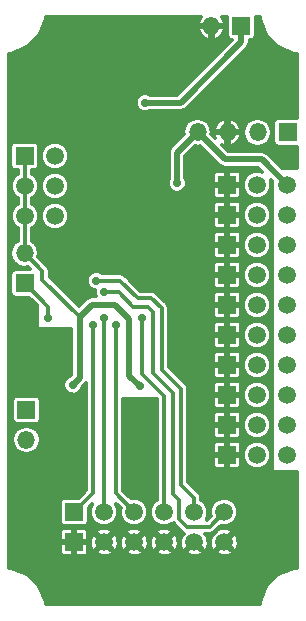
<source format=gbr>
G04 #@! TF.FileFunction,Copper,L2,Bot,Signal*
%FSLAX46Y46*%
G04 Gerber Fmt 4.6, Leading zero omitted, Abs format (unit mm)*
G04 Created by KiCad (PCBNEW 4.0.5) date 10/23/17 11:59:44*
%MOMM*%
%LPD*%
G01*
G04 APERTURE LIST*
%ADD10C,0.100000*%
%ADD11R,1.500000X1.500000*%
%ADD12C,1.500000*%
%ADD13O,1.500000X1.500000*%
%ADD14C,0.700000*%
%ADD15C,0.500000*%
%ADD16C,0.300000*%
G04 APERTURE END LIST*
D10*
D11*
X106050000Y-91660000D03*
D12*
X108590000Y-91660000D03*
X111130000Y-91660000D03*
X113670000Y-91660000D03*
X116210000Y-91660000D03*
X118750000Y-91660000D03*
D11*
X119000000Y-63950000D03*
D12*
X121540000Y-63950000D03*
X124080000Y-63950000D03*
D11*
X119000000Y-66490000D03*
D12*
X121540000Y-66490000D03*
X124080000Y-66490000D03*
D11*
X119000000Y-69030000D03*
D12*
X121540000Y-69030000D03*
X124080000Y-69030000D03*
D11*
X119000000Y-71570000D03*
D12*
X121540000Y-71570000D03*
X124080000Y-71570000D03*
D11*
X119000000Y-74110000D03*
D12*
X121540000Y-74110000D03*
X124080000Y-74110000D03*
D11*
X119000000Y-76650000D03*
D12*
X121540000Y-76650000D03*
X124080000Y-76650000D03*
D11*
X119000000Y-79190000D03*
D12*
X121540000Y-79190000D03*
X124080000Y-79190000D03*
D11*
X119000000Y-81730000D03*
D12*
X121540000Y-81730000D03*
X124080000Y-81730000D03*
D11*
X119000000Y-84270000D03*
D12*
X121540000Y-84270000D03*
X124080000Y-84270000D03*
D11*
X102000000Y-83000000D03*
D13*
X102000000Y-85540000D03*
D11*
X120200000Y-50500000D03*
D13*
X117660000Y-50500000D03*
D11*
X101850000Y-72300000D03*
D13*
X101850000Y-69760000D03*
D11*
X124100000Y-59500000D03*
D13*
X121560000Y-59500000D03*
X119020000Y-59500000D03*
X116480000Y-59500000D03*
D11*
X119000000Y-86810000D03*
D12*
X121540000Y-86810000D03*
X124080000Y-86810000D03*
D11*
X106050000Y-94200000D03*
D12*
X108590000Y-94200000D03*
X111130000Y-94200000D03*
X113670000Y-94200000D03*
X116210000Y-94200000D03*
X118750000Y-94200000D03*
D11*
X101850000Y-61500000D03*
D12*
X104390000Y-61500000D03*
X101850000Y-64040000D03*
X104390000Y-64040000D03*
X101850000Y-66580000D03*
X104390000Y-66580000D03*
D14*
X112050000Y-57000000D03*
X123600000Y-57200000D03*
X120500000Y-98750000D03*
X118750000Y-97000000D03*
X121700000Y-94300000D03*
X112150000Y-71650000D03*
X115000000Y-67500000D03*
X109800000Y-70800000D03*
X107750000Y-66200000D03*
X106300000Y-56700000D03*
X106800000Y-63250000D03*
X106500000Y-58500000D03*
X110250000Y-66200000D03*
X110600000Y-84700000D03*
X112600000Y-84700000D03*
X111800000Y-83050000D03*
X104000000Y-77250000D03*
X104500000Y-79500000D03*
X104750000Y-82750000D03*
X123600000Y-54850000D03*
X114100000Y-58350000D03*
X113400000Y-60700000D03*
X112050000Y-62200000D03*
X115000000Y-50500000D03*
X113500000Y-54000000D03*
X104000000Y-53500000D03*
X101000000Y-53500000D03*
X109000000Y-56400000D03*
X116200000Y-63000000D03*
X101000000Y-79100000D03*
X105750000Y-88750000D03*
X101500000Y-88750000D03*
X101500000Y-94750000D03*
X105500000Y-98750000D03*
X105900000Y-80900000D03*
X111600000Y-81000000D03*
X114750000Y-63800000D03*
X107650000Y-75850000D03*
X108600000Y-75250000D03*
X109550000Y-75850000D03*
X111800000Y-75200000D03*
X107900000Y-72050000D03*
X108600000Y-73050000D03*
X103850000Y-75250000D03*
D15*
X115050000Y-57000000D02*
X112050000Y-57000000D01*
X120200000Y-51850000D02*
X115050000Y-57000000D01*
X120200000Y-50500000D02*
X120200000Y-51850000D01*
D16*
X112150000Y-71650000D02*
X111300000Y-70800000D01*
X112150000Y-70350000D02*
X112150000Y-71650000D01*
X115000000Y-67500000D02*
X112150000Y-70350000D01*
X111300000Y-70800000D02*
X109800000Y-70800000D01*
X110250000Y-66200000D02*
X107750000Y-66200000D01*
X107000000Y-61750000D02*
X106800000Y-63250000D01*
X106500000Y-61250000D02*
X107000000Y-61750000D01*
X106500000Y-58500000D02*
X106500000Y-61250000D01*
X110600000Y-84700000D02*
X112600000Y-84700000D01*
X104500000Y-82500000D02*
X104500000Y-79500000D01*
X104750000Y-82750000D02*
X104500000Y-82500000D01*
X114100000Y-60000000D02*
X114100000Y-58350000D01*
X113400000Y-60700000D02*
X114100000Y-60000000D01*
X115000000Y-50500000D02*
X115000000Y-52000000D01*
X113500000Y-53500000D02*
X113500000Y-54000000D01*
X115000000Y-52000000D02*
X113500000Y-53500000D01*
X101000000Y-53500000D02*
X104000000Y-53500000D01*
X101500000Y-88750000D02*
X105750000Y-88750000D01*
X105500000Y-98750000D02*
X101500000Y-94750000D01*
X101850000Y-69760000D02*
X103350000Y-71260000D01*
X103350000Y-72000000D02*
X106500000Y-75150000D01*
X103350000Y-71260000D02*
X103350000Y-72000000D01*
D15*
X105900000Y-80900000D02*
X106500000Y-80300000D01*
X106500000Y-80300000D02*
X106500000Y-75150000D01*
X106870000Y-74780000D02*
X106500000Y-75150000D01*
X107550000Y-74100000D02*
X106870000Y-74780000D01*
X109500000Y-74100000D02*
X107550000Y-74100000D01*
X110700000Y-75300000D02*
X109500000Y-74100000D01*
X110700000Y-80100000D02*
X110700000Y-75300000D01*
X111600000Y-81000000D02*
X110700000Y-80100000D01*
X111600000Y-81000000D02*
X111600000Y-81000000D01*
X124080000Y-63950000D02*
X121930000Y-61800000D01*
X118780000Y-61800000D02*
X116480000Y-59500000D01*
X121930000Y-61800000D02*
X118780000Y-61800000D01*
D16*
X101850000Y-66580000D02*
X101850000Y-69760000D01*
X101850000Y-64040000D02*
X101850000Y-66580000D01*
X101850000Y-61500000D02*
X101850000Y-64040000D01*
D15*
X116480000Y-59500000D02*
X114750000Y-61230000D01*
X114750000Y-61230000D02*
X114750000Y-63800000D01*
D16*
X107650000Y-90060000D02*
X107650000Y-75850000D01*
X107650000Y-90060000D02*
X106050000Y-91660000D01*
X108590000Y-75260000D02*
X108600000Y-75250000D01*
X108590000Y-75260000D02*
X108590000Y-91660000D01*
X111130000Y-91660000D02*
X109550000Y-90080000D01*
X109550000Y-90080000D02*
X109550000Y-75850000D01*
X111800000Y-75200000D02*
X111800000Y-79950000D01*
X111800000Y-79950000D02*
X113670000Y-81820000D01*
X113670000Y-81820000D02*
X113670000Y-91660000D01*
X109950000Y-72050000D02*
X111400000Y-73500000D01*
X111400000Y-73500000D02*
X112550000Y-73500000D01*
X116210000Y-90460000D02*
X116210000Y-91660000D01*
X115100000Y-89350000D02*
X116210000Y-90460000D01*
X115100000Y-81250000D02*
X115100000Y-89350000D01*
X113450000Y-79600000D02*
X115100000Y-81250000D01*
X113450000Y-74400000D02*
X113450000Y-79600000D01*
X112550000Y-73500000D02*
X113450000Y-74400000D01*
X107900000Y-72050000D02*
X109950000Y-72050000D01*
X109850000Y-73050000D02*
X111050000Y-74250000D01*
X111050000Y-74250000D02*
X112250000Y-74250000D01*
X118750000Y-91660000D02*
X117510000Y-92900000D01*
X117510000Y-92900000D02*
X115600000Y-92900000D01*
X115600000Y-92900000D02*
X114950000Y-92250000D01*
X114950000Y-92250000D02*
X114950000Y-90650000D01*
X114950000Y-90650000D02*
X114400000Y-90100000D01*
X114400000Y-90100000D02*
X114400000Y-81550000D01*
X114400000Y-81550000D02*
X112750000Y-79900000D01*
X112750000Y-79900000D02*
X112750000Y-74750000D01*
X112750000Y-74750000D02*
X112250000Y-74250000D01*
X109850000Y-73050000D02*
X108600000Y-73050000D01*
X101850000Y-72300000D02*
X103850000Y-74300000D01*
X103850000Y-74300000D02*
X103850000Y-75250000D01*
G36*
X116692633Y-49789914D02*
X116494531Y-50214161D01*
X116576665Y-50400000D01*
X117560000Y-50400000D01*
X117560000Y-50380000D01*
X117760000Y-50380000D01*
X117760000Y-50400000D01*
X118743335Y-50400000D01*
X118825469Y-50214161D01*
X118627367Y-49789914D01*
X118556451Y-49725000D01*
X118996247Y-49725000D01*
X118991184Y-49750000D01*
X118991184Y-51250000D01*
X119022562Y-51416760D01*
X119121117Y-51569919D01*
X119271495Y-51672668D01*
X119367866Y-51692184D01*
X114760050Y-56300000D01*
X112450320Y-56300000D01*
X112209828Y-56200139D01*
X111891568Y-56199861D01*
X111597428Y-56321397D01*
X111372188Y-56546245D01*
X111250139Y-56840172D01*
X111249861Y-57158432D01*
X111371397Y-57452572D01*
X111596245Y-57677812D01*
X111890172Y-57799861D01*
X112208432Y-57800139D01*
X112450787Y-57700000D01*
X115050000Y-57700000D01*
X115317879Y-57646716D01*
X115544975Y-57494975D01*
X120694975Y-52344975D01*
X120846716Y-52117879D01*
X120900000Y-51850000D01*
X120900000Y-51708816D01*
X120950000Y-51708816D01*
X121116760Y-51677438D01*
X121269919Y-51578883D01*
X121372668Y-51428505D01*
X121408816Y-51250000D01*
X121408816Y-49750000D01*
X121404112Y-49725000D01*
X121749541Y-49725000D01*
X121749368Y-49922845D01*
X122303876Y-51264858D01*
X123329741Y-52292515D01*
X124670785Y-52849365D01*
X124875000Y-52849543D01*
X124875000Y-58296247D01*
X124850000Y-58291184D01*
X123350000Y-58291184D01*
X123183240Y-58322562D01*
X123030081Y-58421117D01*
X122927332Y-58571495D01*
X122891184Y-58750000D01*
X122891184Y-60250000D01*
X122922562Y-60416760D01*
X123021117Y-60569919D01*
X123171495Y-60672668D01*
X123350000Y-60708816D01*
X124850000Y-60708816D01*
X124875000Y-60704112D01*
X124875000Y-62550000D01*
X123669950Y-62550000D01*
X122424975Y-61305025D01*
X122197879Y-61153284D01*
X121930000Y-61100000D01*
X119069950Y-61100000D01*
X118565589Y-60595639D01*
X118734163Y-60665460D01*
X118920000Y-60582893D01*
X118920000Y-59600000D01*
X119120000Y-59600000D01*
X119120000Y-60582893D01*
X119305837Y-60665460D01*
X119641992Y-60526229D01*
X119987367Y-60210086D01*
X120185469Y-59785839D01*
X120103335Y-59600000D01*
X119120000Y-59600000D01*
X118920000Y-59600000D01*
X117936665Y-59600000D01*
X117854531Y-59785839D01*
X117941029Y-59971079D01*
X117649051Y-59679101D01*
X117680000Y-59523509D01*
X117680000Y-59476491D01*
X120360000Y-59476491D01*
X120360000Y-59523509D01*
X120451345Y-59982729D01*
X120711472Y-60372037D01*
X121100780Y-60632164D01*
X121560000Y-60723509D01*
X122019220Y-60632164D01*
X122408528Y-60372037D01*
X122668655Y-59982729D01*
X122760000Y-59523509D01*
X122760000Y-59476491D01*
X122668655Y-59017271D01*
X122408528Y-58627963D01*
X122019220Y-58367836D01*
X121560000Y-58276491D01*
X121100780Y-58367836D01*
X120711472Y-58627963D01*
X120451345Y-59017271D01*
X120360000Y-59476491D01*
X117680000Y-59476491D01*
X117627820Y-59214161D01*
X117854531Y-59214161D01*
X117936665Y-59400000D01*
X118920000Y-59400000D01*
X118920000Y-58417107D01*
X119120000Y-58417107D01*
X119120000Y-59400000D01*
X120103335Y-59400000D01*
X120185469Y-59214161D01*
X119987367Y-58789914D01*
X119641992Y-58473771D01*
X119305837Y-58334540D01*
X119120000Y-58417107D01*
X118920000Y-58417107D01*
X118734163Y-58334540D01*
X118398008Y-58473771D01*
X118052633Y-58789914D01*
X117854531Y-59214161D01*
X117627820Y-59214161D01*
X117588655Y-59017271D01*
X117328528Y-58627963D01*
X116939220Y-58367836D01*
X116480000Y-58276491D01*
X116020780Y-58367836D01*
X115631472Y-58627963D01*
X115371345Y-59017271D01*
X115280000Y-59476491D01*
X115280000Y-59523509D01*
X115310949Y-59679101D01*
X114255025Y-60735025D01*
X114103284Y-60962121D01*
X114103284Y-60962122D01*
X114050000Y-61230000D01*
X114050000Y-63399680D01*
X113950139Y-63640172D01*
X113949861Y-63958432D01*
X114071397Y-64252572D01*
X114296245Y-64477812D01*
X114590172Y-64599861D01*
X114908432Y-64600139D01*
X115202572Y-64478603D01*
X115427812Y-64253755D01*
X115465704Y-64162500D01*
X117800000Y-64162500D01*
X117800000Y-64789511D01*
X117868509Y-64954905D01*
X117995096Y-65081492D01*
X118160490Y-65150000D01*
X118787500Y-65150000D01*
X118900000Y-65037500D01*
X118900000Y-64050000D01*
X119100000Y-64050000D01*
X119100000Y-65037500D01*
X119212500Y-65150000D01*
X119839510Y-65150000D01*
X120004904Y-65081492D01*
X120131491Y-64954905D01*
X120200000Y-64789511D01*
X120200000Y-64162500D01*
X120087500Y-64050000D01*
X119100000Y-64050000D01*
X118900000Y-64050000D01*
X117912500Y-64050000D01*
X117800000Y-64162500D01*
X115465704Y-64162500D01*
X115549861Y-63959828D01*
X115550139Y-63641568D01*
X115450000Y-63399213D01*
X115450000Y-63110489D01*
X117800000Y-63110489D01*
X117800000Y-63737500D01*
X117912500Y-63850000D01*
X118900000Y-63850000D01*
X118900000Y-62862500D01*
X119100000Y-62862500D01*
X119100000Y-63850000D01*
X120087500Y-63850000D01*
X120200000Y-63737500D01*
X120200000Y-63110489D01*
X120131491Y-62945095D01*
X120004904Y-62818508D01*
X119839510Y-62750000D01*
X119212500Y-62750000D01*
X119100000Y-62862500D01*
X118900000Y-62862500D01*
X118787500Y-62750000D01*
X118160490Y-62750000D01*
X117995096Y-62818508D01*
X117868509Y-62945095D01*
X117800000Y-63110489D01*
X115450000Y-63110489D01*
X115450000Y-61519950D01*
X116285191Y-60684759D01*
X116480000Y-60723509D01*
X116674809Y-60684759D01*
X118285025Y-62294975D01*
X118512122Y-62446716D01*
X118780000Y-62500000D01*
X121640050Y-62500000D01*
X121968736Y-62828686D01*
X121779742Y-62750209D01*
X121302353Y-62749793D01*
X120861143Y-62932097D01*
X120523283Y-63269367D01*
X120340209Y-63710258D01*
X120339793Y-64187647D01*
X120522097Y-64628857D01*
X120859367Y-64966717D01*
X121300258Y-65149791D01*
X121777647Y-65150207D01*
X122218857Y-64967903D01*
X122556717Y-64630633D01*
X122739791Y-64189742D01*
X122740207Y-63712353D01*
X122661206Y-63521156D01*
X122750000Y-63609950D01*
X122750000Y-88100000D01*
X122761818Y-88158358D01*
X122795409Y-88207521D01*
X122845481Y-88239742D01*
X122900000Y-88250000D01*
X124875000Y-88250000D01*
X124875000Y-96349541D01*
X124677155Y-96349368D01*
X123335142Y-96903876D01*
X122307485Y-97929741D01*
X121750635Y-99270785D01*
X121750457Y-99475000D01*
X103650459Y-99475000D01*
X103650632Y-99277155D01*
X103096124Y-97935142D01*
X102070259Y-96907485D01*
X100729215Y-96350635D01*
X100525000Y-96350457D01*
X100525000Y-94412500D01*
X104850000Y-94412500D01*
X104850000Y-95039511D01*
X104918509Y-95204905D01*
X105045096Y-95331492D01*
X105210490Y-95400000D01*
X105837500Y-95400000D01*
X105950000Y-95287500D01*
X105950000Y-94300000D01*
X106150000Y-94300000D01*
X106150000Y-95287500D01*
X106262500Y-95400000D01*
X106889510Y-95400000D01*
X107054904Y-95331492D01*
X107181491Y-95204905D01*
X107244361Y-95053124D01*
X107878298Y-95053124D01*
X107954147Y-95245307D01*
X108402571Y-95409068D01*
X108879528Y-95388760D01*
X109225853Y-95245307D01*
X109301702Y-95053124D01*
X110418298Y-95053124D01*
X110494147Y-95245307D01*
X110942571Y-95409068D01*
X111419528Y-95388760D01*
X111765853Y-95245307D01*
X111841702Y-95053124D01*
X112958298Y-95053124D01*
X113034147Y-95245307D01*
X113482571Y-95409068D01*
X113959528Y-95388760D01*
X114305853Y-95245307D01*
X114381702Y-95053124D01*
X115498298Y-95053124D01*
X115574147Y-95245307D01*
X116022571Y-95409068D01*
X116499528Y-95388760D01*
X116845853Y-95245307D01*
X116921702Y-95053124D01*
X118038298Y-95053124D01*
X118114147Y-95245307D01*
X118562571Y-95409068D01*
X119039528Y-95388760D01*
X119385853Y-95245307D01*
X119461702Y-95053124D01*
X118750000Y-94341421D01*
X118038298Y-95053124D01*
X116921702Y-95053124D01*
X116210000Y-94341421D01*
X115498298Y-95053124D01*
X114381702Y-95053124D01*
X113670000Y-94341421D01*
X112958298Y-95053124D01*
X111841702Y-95053124D01*
X111130000Y-94341421D01*
X110418298Y-95053124D01*
X109301702Y-95053124D01*
X108590000Y-94341421D01*
X107878298Y-95053124D01*
X107244361Y-95053124D01*
X107250000Y-95039511D01*
X107250000Y-94412500D01*
X107137500Y-94300000D01*
X106150000Y-94300000D01*
X105950000Y-94300000D01*
X104962500Y-94300000D01*
X104850000Y-94412500D01*
X100525000Y-94412500D01*
X100525000Y-93360489D01*
X104850000Y-93360489D01*
X104850000Y-93987500D01*
X104962500Y-94100000D01*
X105950000Y-94100000D01*
X105950000Y-93112500D01*
X106150000Y-93112500D01*
X106150000Y-94100000D01*
X107137500Y-94100000D01*
X107224929Y-94012571D01*
X107380932Y-94012571D01*
X107401240Y-94489528D01*
X107544693Y-94835853D01*
X107736876Y-94911702D01*
X108448579Y-94200000D01*
X108731421Y-94200000D01*
X109443124Y-94911702D01*
X109635307Y-94835853D01*
X109799068Y-94387429D01*
X109783108Y-94012571D01*
X109920932Y-94012571D01*
X109941240Y-94489528D01*
X110084693Y-94835853D01*
X110276876Y-94911702D01*
X110988579Y-94200000D01*
X111271421Y-94200000D01*
X111983124Y-94911702D01*
X112175307Y-94835853D01*
X112339068Y-94387429D01*
X112323108Y-94012571D01*
X112460932Y-94012571D01*
X112481240Y-94489528D01*
X112624693Y-94835853D01*
X112816876Y-94911702D01*
X113528579Y-94200000D01*
X113811421Y-94200000D01*
X114523124Y-94911702D01*
X114715307Y-94835853D01*
X114879068Y-94387429D01*
X114858760Y-93910472D01*
X114715307Y-93564147D01*
X114523124Y-93488298D01*
X113811421Y-94200000D01*
X113528579Y-94200000D01*
X112816876Y-93488298D01*
X112624693Y-93564147D01*
X112460932Y-94012571D01*
X112323108Y-94012571D01*
X112318760Y-93910472D01*
X112175307Y-93564147D01*
X111983124Y-93488298D01*
X111271421Y-94200000D01*
X110988579Y-94200000D01*
X110276876Y-93488298D01*
X110084693Y-93564147D01*
X109920932Y-94012571D01*
X109783108Y-94012571D01*
X109778760Y-93910472D01*
X109635307Y-93564147D01*
X109443124Y-93488298D01*
X108731421Y-94200000D01*
X108448579Y-94200000D01*
X107736876Y-93488298D01*
X107544693Y-93564147D01*
X107380932Y-94012571D01*
X107224929Y-94012571D01*
X107250000Y-93987500D01*
X107250000Y-93360489D01*
X107244362Y-93346876D01*
X107878298Y-93346876D01*
X108590000Y-94058579D01*
X109301702Y-93346876D01*
X110418298Y-93346876D01*
X111130000Y-94058579D01*
X111841702Y-93346876D01*
X112958298Y-93346876D01*
X113670000Y-94058579D01*
X114381702Y-93346876D01*
X114305853Y-93154693D01*
X113857429Y-92990932D01*
X113380472Y-93011240D01*
X113034147Y-93154693D01*
X112958298Y-93346876D01*
X111841702Y-93346876D01*
X111765853Y-93154693D01*
X111317429Y-92990932D01*
X110840472Y-93011240D01*
X110494147Y-93154693D01*
X110418298Y-93346876D01*
X109301702Y-93346876D01*
X109225853Y-93154693D01*
X108777429Y-92990932D01*
X108300472Y-93011240D01*
X107954147Y-93154693D01*
X107878298Y-93346876D01*
X107244362Y-93346876D01*
X107181491Y-93195095D01*
X107054904Y-93068508D01*
X106889510Y-93000000D01*
X106262500Y-93000000D01*
X106150000Y-93112500D01*
X105950000Y-93112500D01*
X105837500Y-93000000D01*
X105210490Y-93000000D01*
X105045096Y-93068508D01*
X104918509Y-93195095D01*
X104850000Y-93360489D01*
X100525000Y-93360489D01*
X100525000Y-85540000D01*
X100776491Y-85540000D01*
X100867836Y-85999220D01*
X101127963Y-86388528D01*
X101517271Y-86648655D01*
X101976491Y-86740000D01*
X102023509Y-86740000D01*
X102482729Y-86648655D01*
X102872037Y-86388528D01*
X103132164Y-85999220D01*
X103223509Y-85540000D01*
X103132164Y-85080780D01*
X102872037Y-84691472D01*
X102482729Y-84431345D01*
X102023509Y-84340000D01*
X101976491Y-84340000D01*
X101517271Y-84431345D01*
X101127963Y-84691472D01*
X100867836Y-85080780D01*
X100776491Y-85540000D01*
X100525000Y-85540000D01*
X100525000Y-82250000D01*
X100791184Y-82250000D01*
X100791184Y-83750000D01*
X100822562Y-83916760D01*
X100921117Y-84069919D01*
X101071495Y-84172668D01*
X101250000Y-84208816D01*
X102750000Y-84208816D01*
X102916760Y-84177438D01*
X103069919Y-84078883D01*
X103172668Y-83928505D01*
X103208816Y-83750000D01*
X103208816Y-82250000D01*
X103177438Y-82083240D01*
X103078883Y-81930081D01*
X102928505Y-81827332D01*
X102750000Y-81791184D01*
X101250000Y-81791184D01*
X101083240Y-81822562D01*
X100930081Y-81921117D01*
X100827332Y-82071495D01*
X100791184Y-82250000D01*
X100525000Y-82250000D01*
X100525000Y-69760000D01*
X100626491Y-69760000D01*
X100717836Y-70219220D01*
X100977963Y-70608528D01*
X101367271Y-70868655D01*
X101826491Y-70960000D01*
X101873509Y-70960000D01*
X102147059Y-70905587D01*
X102332656Y-71091184D01*
X101100000Y-71091184D01*
X100933240Y-71122562D01*
X100780081Y-71221117D01*
X100677332Y-71371495D01*
X100641184Y-71550000D01*
X100641184Y-73050000D01*
X100672562Y-73216760D01*
X100771117Y-73369919D01*
X100921495Y-73472668D01*
X101100000Y-73508816D01*
X102210288Y-73508816D01*
X102850000Y-74148528D01*
X102850000Y-76000000D01*
X102861818Y-76058358D01*
X102895409Y-76107521D01*
X102945481Y-76139742D01*
X103000000Y-76150000D01*
X105800000Y-76150000D01*
X105800000Y-80010050D01*
X105688094Y-80121956D01*
X105447428Y-80221397D01*
X105222188Y-80446245D01*
X105100139Y-80740172D01*
X105099861Y-81058432D01*
X105221397Y-81352572D01*
X105446245Y-81577812D01*
X105740172Y-81699861D01*
X106058432Y-81700139D01*
X106352572Y-81578603D01*
X106577812Y-81353755D01*
X106678373Y-81111577D01*
X106994975Y-80794975D01*
X107050000Y-80712624D01*
X107050000Y-89811472D01*
X106410288Y-90451184D01*
X105300000Y-90451184D01*
X105133240Y-90482562D01*
X104980081Y-90581117D01*
X104877332Y-90731495D01*
X104841184Y-90910000D01*
X104841184Y-92410000D01*
X104872562Y-92576760D01*
X104971117Y-92729919D01*
X105121495Y-92832668D01*
X105300000Y-92868816D01*
X106800000Y-92868816D01*
X106966760Y-92837438D01*
X107119919Y-92738883D01*
X107222668Y-92588505D01*
X107258816Y-92410000D01*
X107258816Y-91299712D01*
X107569109Y-90989419D01*
X107390209Y-91420258D01*
X107389793Y-91897647D01*
X107572097Y-92338857D01*
X107909367Y-92676717D01*
X108350258Y-92859791D01*
X108827647Y-92860207D01*
X109268857Y-92677903D01*
X109606717Y-92340633D01*
X109789791Y-91899742D01*
X109790207Y-91422353D01*
X109611626Y-90990154D01*
X109962930Y-91341458D01*
X109930209Y-91420258D01*
X109929793Y-91897647D01*
X110112097Y-92338857D01*
X110449367Y-92676717D01*
X110890258Y-92859791D01*
X111367647Y-92860207D01*
X111808857Y-92677903D01*
X112146717Y-92340633D01*
X112329791Y-91899742D01*
X112330207Y-91422353D01*
X112147903Y-90981143D01*
X111810633Y-90643283D01*
X111369742Y-90460209D01*
X110892353Y-90459793D01*
X110811662Y-90493134D01*
X110150000Y-89831472D01*
X110150000Y-82050000D01*
X113051472Y-82050000D01*
X113070000Y-82068528D01*
X113070000Y-90609514D01*
X112991143Y-90642097D01*
X112653283Y-90979367D01*
X112470209Y-91420258D01*
X112469793Y-91897647D01*
X112652097Y-92338857D01*
X112989367Y-92676717D01*
X113430258Y-92859791D01*
X113907647Y-92860207D01*
X114348857Y-92677903D01*
X114456421Y-92570527D01*
X114525736Y-92674264D01*
X115175736Y-93324264D01*
X115285947Y-93397905D01*
X115276214Y-93407638D01*
X115356875Y-93488299D01*
X115164693Y-93564147D01*
X115000932Y-94012571D01*
X115021240Y-94489528D01*
X115164693Y-94835853D01*
X115356876Y-94911702D01*
X116068579Y-94200000D01*
X116054436Y-94185858D01*
X116195858Y-94044436D01*
X116210000Y-94058579D01*
X116224142Y-94044436D01*
X116365564Y-94185858D01*
X116351421Y-94200000D01*
X117063124Y-94911702D01*
X117255307Y-94835853D01*
X117419068Y-94387429D01*
X117398760Y-93910472D01*
X117255307Y-93564147D01*
X117092774Y-93500000D01*
X117510000Y-93500000D01*
X117739610Y-93454328D01*
X117829761Y-93394091D01*
X117816214Y-93407638D01*
X117896875Y-93488299D01*
X117704693Y-93564147D01*
X117540932Y-94012571D01*
X117561240Y-94489528D01*
X117704693Y-94835853D01*
X117896876Y-94911702D01*
X118608579Y-94200000D01*
X118891421Y-94200000D01*
X119603124Y-94911702D01*
X119795307Y-94835853D01*
X119959068Y-94387429D01*
X119938760Y-93910472D01*
X119795307Y-93564147D01*
X119603124Y-93488298D01*
X118891421Y-94200000D01*
X118608579Y-94200000D01*
X118594436Y-94185858D01*
X118735858Y-94044436D01*
X118750000Y-94058579D01*
X119461702Y-93346876D01*
X119385853Y-93154693D01*
X118937429Y-92990932D01*
X118460472Y-93011240D01*
X118114147Y-93154693D01*
X118038299Y-93346875D01*
X117974976Y-93283552D01*
X118431458Y-92827070D01*
X118510258Y-92859791D01*
X118987647Y-92860207D01*
X119428857Y-92677903D01*
X119766717Y-92340633D01*
X119949791Y-91899742D01*
X119950207Y-91422353D01*
X119767903Y-90981143D01*
X119430633Y-90643283D01*
X118989742Y-90460209D01*
X118512353Y-90459793D01*
X118071143Y-90642097D01*
X117733283Y-90979367D01*
X117550209Y-91420258D01*
X117549793Y-91897647D01*
X117583134Y-91978338D01*
X117261472Y-92300000D01*
X117243589Y-92300000D01*
X117409791Y-91899742D01*
X117410207Y-91422353D01*
X117227903Y-90981143D01*
X116890633Y-90643283D01*
X116810000Y-90609801D01*
X116810000Y-90460000D01*
X116764328Y-90230390D01*
X116634264Y-90035736D01*
X115700000Y-89101472D01*
X115700000Y-87022500D01*
X117800000Y-87022500D01*
X117800000Y-87649511D01*
X117868509Y-87814905D01*
X117995096Y-87941492D01*
X118160490Y-88010000D01*
X118787500Y-88010000D01*
X118900000Y-87897500D01*
X118900000Y-86910000D01*
X119100000Y-86910000D01*
X119100000Y-87897500D01*
X119212500Y-88010000D01*
X119839510Y-88010000D01*
X120004904Y-87941492D01*
X120131491Y-87814905D01*
X120200000Y-87649511D01*
X120200000Y-87047647D01*
X120339793Y-87047647D01*
X120522097Y-87488857D01*
X120859367Y-87826717D01*
X121300258Y-88009791D01*
X121777647Y-88010207D01*
X122218857Y-87827903D01*
X122556717Y-87490633D01*
X122739791Y-87049742D01*
X122740207Y-86572353D01*
X122557903Y-86131143D01*
X122220633Y-85793283D01*
X121779742Y-85610209D01*
X121302353Y-85609793D01*
X120861143Y-85792097D01*
X120523283Y-86129367D01*
X120340209Y-86570258D01*
X120339793Y-87047647D01*
X120200000Y-87047647D01*
X120200000Y-87022500D01*
X120087500Y-86910000D01*
X119100000Y-86910000D01*
X118900000Y-86910000D01*
X117912500Y-86910000D01*
X117800000Y-87022500D01*
X115700000Y-87022500D01*
X115700000Y-85970489D01*
X117800000Y-85970489D01*
X117800000Y-86597500D01*
X117912500Y-86710000D01*
X118900000Y-86710000D01*
X118900000Y-85722500D01*
X119100000Y-85722500D01*
X119100000Y-86710000D01*
X120087500Y-86710000D01*
X120200000Y-86597500D01*
X120200000Y-85970489D01*
X120131491Y-85805095D01*
X120004904Y-85678508D01*
X119839510Y-85610000D01*
X119212500Y-85610000D01*
X119100000Y-85722500D01*
X118900000Y-85722500D01*
X118787500Y-85610000D01*
X118160490Y-85610000D01*
X117995096Y-85678508D01*
X117868509Y-85805095D01*
X117800000Y-85970489D01*
X115700000Y-85970489D01*
X115700000Y-84482500D01*
X117800000Y-84482500D01*
X117800000Y-85109511D01*
X117868509Y-85274905D01*
X117995096Y-85401492D01*
X118160490Y-85470000D01*
X118787500Y-85470000D01*
X118900000Y-85357500D01*
X118900000Y-84370000D01*
X119100000Y-84370000D01*
X119100000Y-85357500D01*
X119212500Y-85470000D01*
X119839510Y-85470000D01*
X120004904Y-85401492D01*
X120131491Y-85274905D01*
X120200000Y-85109511D01*
X120200000Y-84507647D01*
X120339793Y-84507647D01*
X120522097Y-84948857D01*
X120859367Y-85286717D01*
X121300258Y-85469791D01*
X121777647Y-85470207D01*
X122218857Y-85287903D01*
X122556717Y-84950633D01*
X122739791Y-84509742D01*
X122740207Y-84032353D01*
X122557903Y-83591143D01*
X122220633Y-83253283D01*
X121779742Y-83070209D01*
X121302353Y-83069793D01*
X120861143Y-83252097D01*
X120523283Y-83589367D01*
X120340209Y-84030258D01*
X120339793Y-84507647D01*
X120200000Y-84507647D01*
X120200000Y-84482500D01*
X120087500Y-84370000D01*
X119100000Y-84370000D01*
X118900000Y-84370000D01*
X117912500Y-84370000D01*
X117800000Y-84482500D01*
X115700000Y-84482500D01*
X115700000Y-83430489D01*
X117800000Y-83430489D01*
X117800000Y-84057500D01*
X117912500Y-84170000D01*
X118900000Y-84170000D01*
X118900000Y-83182500D01*
X119100000Y-83182500D01*
X119100000Y-84170000D01*
X120087500Y-84170000D01*
X120200000Y-84057500D01*
X120200000Y-83430489D01*
X120131491Y-83265095D01*
X120004904Y-83138508D01*
X119839510Y-83070000D01*
X119212500Y-83070000D01*
X119100000Y-83182500D01*
X118900000Y-83182500D01*
X118787500Y-83070000D01*
X118160490Y-83070000D01*
X117995096Y-83138508D01*
X117868509Y-83265095D01*
X117800000Y-83430489D01*
X115700000Y-83430489D01*
X115700000Y-81942500D01*
X117800000Y-81942500D01*
X117800000Y-82569511D01*
X117868509Y-82734905D01*
X117995096Y-82861492D01*
X118160490Y-82930000D01*
X118787500Y-82930000D01*
X118900000Y-82817500D01*
X118900000Y-81830000D01*
X119100000Y-81830000D01*
X119100000Y-82817500D01*
X119212500Y-82930000D01*
X119839510Y-82930000D01*
X120004904Y-82861492D01*
X120131491Y-82734905D01*
X120200000Y-82569511D01*
X120200000Y-81967647D01*
X120339793Y-81967647D01*
X120522097Y-82408857D01*
X120859367Y-82746717D01*
X121300258Y-82929791D01*
X121777647Y-82930207D01*
X122218857Y-82747903D01*
X122556717Y-82410633D01*
X122739791Y-81969742D01*
X122740207Y-81492353D01*
X122557903Y-81051143D01*
X122220633Y-80713283D01*
X121779742Y-80530209D01*
X121302353Y-80529793D01*
X120861143Y-80712097D01*
X120523283Y-81049367D01*
X120340209Y-81490258D01*
X120339793Y-81967647D01*
X120200000Y-81967647D01*
X120200000Y-81942500D01*
X120087500Y-81830000D01*
X119100000Y-81830000D01*
X118900000Y-81830000D01*
X117912500Y-81830000D01*
X117800000Y-81942500D01*
X115700000Y-81942500D01*
X115700000Y-81250000D01*
X115681786Y-81158432D01*
X115654328Y-81020389D01*
X115567531Y-80890489D01*
X117800000Y-80890489D01*
X117800000Y-81517500D01*
X117912500Y-81630000D01*
X118900000Y-81630000D01*
X118900000Y-80642500D01*
X119100000Y-80642500D01*
X119100000Y-81630000D01*
X120087500Y-81630000D01*
X120200000Y-81517500D01*
X120200000Y-80890489D01*
X120131491Y-80725095D01*
X120004904Y-80598508D01*
X119839510Y-80530000D01*
X119212500Y-80530000D01*
X119100000Y-80642500D01*
X118900000Y-80642500D01*
X118787500Y-80530000D01*
X118160490Y-80530000D01*
X117995096Y-80598508D01*
X117868509Y-80725095D01*
X117800000Y-80890489D01*
X115567531Y-80890489D01*
X115524264Y-80825736D01*
X114101028Y-79402500D01*
X117800000Y-79402500D01*
X117800000Y-80029511D01*
X117868509Y-80194905D01*
X117995096Y-80321492D01*
X118160490Y-80390000D01*
X118787500Y-80390000D01*
X118900000Y-80277500D01*
X118900000Y-79290000D01*
X119100000Y-79290000D01*
X119100000Y-80277500D01*
X119212500Y-80390000D01*
X119839510Y-80390000D01*
X120004904Y-80321492D01*
X120131491Y-80194905D01*
X120200000Y-80029511D01*
X120200000Y-79427647D01*
X120339793Y-79427647D01*
X120522097Y-79868857D01*
X120859367Y-80206717D01*
X121300258Y-80389791D01*
X121777647Y-80390207D01*
X122218857Y-80207903D01*
X122556717Y-79870633D01*
X122739791Y-79429742D01*
X122740207Y-78952353D01*
X122557903Y-78511143D01*
X122220633Y-78173283D01*
X121779742Y-77990209D01*
X121302353Y-77989793D01*
X120861143Y-78172097D01*
X120523283Y-78509367D01*
X120340209Y-78950258D01*
X120339793Y-79427647D01*
X120200000Y-79427647D01*
X120200000Y-79402500D01*
X120087500Y-79290000D01*
X119100000Y-79290000D01*
X118900000Y-79290000D01*
X117912500Y-79290000D01*
X117800000Y-79402500D01*
X114101028Y-79402500D01*
X114050000Y-79351472D01*
X114050000Y-78350489D01*
X117800000Y-78350489D01*
X117800000Y-78977500D01*
X117912500Y-79090000D01*
X118900000Y-79090000D01*
X118900000Y-78102500D01*
X119100000Y-78102500D01*
X119100000Y-79090000D01*
X120087500Y-79090000D01*
X120200000Y-78977500D01*
X120200000Y-78350489D01*
X120131491Y-78185095D01*
X120004904Y-78058508D01*
X119839510Y-77990000D01*
X119212500Y-77990000D01*
X119100000Y-78102500D01*
X118900000Y-78102500D01*
X118787500Y-77990000D01*
X118160490Y-77990000D01*
X117995096Y-78058508D01*
X117868509Y-78185095D01*
X117800000Y-78350489D01*
X114050000Y-78350489D01*
X114050000Y-76862500D01*
X117800000Y-76862500D01*
X117800000Y-77489511D01*
X117868509Y-77654905D01*
X117995096Y-77781492D01*
X118160490Y-77850000D01*
X118787500Y-77850000D01*
X118900000Y-77737500D01*
X118900000Y-76750000D01*
X119100000Y-76750000D01*
X119100000Y-77737500D01*
X119212500Y-77850000D01*
X119839510Y-77850000D01*
X120004904Y-77781492D01*
X120131491Y-77654905D01*
X120200000Y-77489511D01*
X120200000Y-76887647D01*
X120339793Y-76887647D01*
X120522097Y-77328857D01*
X120859367Y-77666717D01*
X121300258Y-77849791D01*
X121777647Y-77850207D01*
X122218857Y-77667903D01*
X122556717Y-77330633D01*
X122739791Y-76889742D01*
X122740207Y-76412353D01*
X122557903Y-75971143D01*
X122220633Y-75633283D01*
X121779742Y-75450209D01*
X121302353Y-75449793D01*
X120861143Y-75632097D01*
X120523283Y-75969367D01*
X120340209Y-76410258D01*
X120339793Y-76887647D01*
X120200000Y-76887647D01*
X120200000Y-76862500D01*
X120087500Y-76750000D01*
X119100000Y-76750000D01*
X118900000Y-76750000D01*
X117912500Y-76750000D01*
X117800000Y-76862500D01*
X114050000Y-76862500D01*
X114050000Y-75810489D01*
X117800000Y-75810489D01*
X117800000Y-76437500D01*
X117912500Y-76550000D01*
X118900000Y-76550000D01*
X118900000Y-75562500D01*
X119100000Y-75562500D01*
X119100000Y-76550000D01*
X120087500Y-76550000D01*
X120200000Y-76437500D01*
X120200000Y-75810489D01*
X120131491Y-75645095D01*
X120004904Y-75518508D01*
X119839510Y-75450000D01*
X119212500Y-75450000D01*
X119100000Y-75562500D01*
X118900000Y-75562500D01*
X118787500Y-75450000D01*
X118160490Y-75450000D01*
X117995096Y-75518508D01*
X117868509Y-75645095D01*
X117800000Y-75810489D01*
X114050000Y-75810489D01*
X114050000Y-74400000D01*
X114034585Y-74322500D01*
X117800000Y-74322500D01*
X117800000Y-74949511D01*
X117868509Y-75114905D01*
X117995096Y-75241492D01*
X118160490Y-75310000D01*
X118787500Y-75310000D01*
X118900000Y-75197500D01*
X118900000Y-74210000D01*
X119100000Y-74210000D01*
X119100000Y-75197500D01*
X119212500Y-75310000D01*
X119839510Y-75310000D01*
X120004904Y-75241492D01*
X120131491Y-75114905D01*
X120200000Y-74949511D01*
X120200000Y-74347647D01*
X120339793Y-74347647D01*
X120522097Y-74788857D01*
X120859367Y-75126717D01*
X121300258Y-75309791D01*
X121777647Y-75310207D01*
X122218857Y-75127903D01*
X122556717Y-74790633D01*
X122739791Y-74349742D01*
X122740207Y-73872353D01*
X122557903Y-73431143D01*
X122220633Y-73093283D01*
X121779742Y-72910209D01*
X121302353Y-72909793D01*
X120861143Y-73092097D01*
X120523283Y-73429367D01*
X120340209Y-73870258D01*
X120339793Y-74347647D01*
X120200000Y-74347647D01*
X120200000Y-74322500D01*
X120087500Y-74210000D01*
X119100000Y-74210000D01*
X118900000Y-74210000D01*
X117912500Y-74210000D01*
X117800000Y-74322500D01*
X114034585Y-74322500D01*
X114004328Y-74170390D01*
X113874264Y-73975736D01*
X113169017Y-73270489D01*
X117800000Y-73270489D01*
X117800000Y-73897500D01*
X117912500Y-74010000D01*
X118900000Y-74010000D01*
X118900000Y-73022500D01*
X119100000Y-73022500D01*
X119100000Y-74010000D01*
X120087500Y-74010000D01*
X120200000Y-73897500D01*
X120200000Y-73270489D01*
X120131491Y-73105095D01*
X120004904Y-72978508D01*
X119839510Y-72910000D01*
X119212500Y-72910000D01*
X119100000Y-73022500D01*
X118900000Y-73022500D01*
X118787500Y-72910000D01*
X118160490Y-72910000D01*
X117995096Y-72978508D01*
X117868509Y-73105095D01*
X117800000Y-73270489D01*
X113169017Y-73270489D01*
X112974264Y-73075736D01*
X112779610Y-72945672D01*
X112550000Y-72900000D01*
X111648528Y-72900000D01*
X110531028Y-71782500D01*
X117800000Y-71782500D01*
X117800000Y-72409511D01*
X117868509Y-72574905D01*
X117995096Y-72701492D01*
X118160490Y-72770000D01*
X118787500Y-72770000D01*
X118900000Y-72657500D01*
X118900000Y-71670000D01*
X119100000Y-71670000D01*
X119100000Y-72657500D01*
X119212500Y-72770000D01*
X119839510Y-72770000D01*
X120004904Y-72701492D01*
X120131491Y-72574905D01*
X120200000Y-72409511D01*
X120200000Y-71807647D01*
X120339793Y-71807647D01*
X120522097Y-72248857D01*
X120859367Y-72586717D01*
X121300258Y-72769791D01*
X121777647Y-72770207D01*
X122218857Y-72587903D01*
X122556717Y-72250633D01*
X122739791Y-71809742D01*
X122740207Y-71332353D01*
X122557903Y-70891143D01*
X122220633Y-70553283D01*
X121779742Y-70370209D01*
X121302353Y-70369793D01*
X120861143Y-70552097D01*
X120523283Y-70889367D01*
X120340209Y-71330258D01*
X120339793Y-71807647D01*
X120200000Y-71807647D01*
X120200000Y-71782500D01*
X120087500Y-71670000D01*
X119100000Y-71670000D01*
X118900000Y-71670000D01*
X117912500Y-71670000D01*
X117800000Y-71782500D01*
X110531028Y-71782500D01*
X110374264Y-71625736D01*
X110179610Y-71495672D01*
X109950000Y-71450000D01*
X108431432Y-71450000D01*
X108353755Y-71372188D01*
X108059828Y-71250139D01*
X107741568Y-71249861D01*
X107447428Y-71371397D01*
X107222188Y-71596245D01*
X107100139Y-71890172D01*
X107099861Y-72208432D01*
X107221397Y-72502572D01*
X107446245Y-72727812D01*
X107740172Y-72849861D01*
X107816850Y-72849928D01*
X107800139Y-72890172D01*
X107799861Y-73208432D01*
X107879015Y-73400000D01*
X107550000Y-73400000D01*
X107282122Y-73453284D01*
X107056068Y-73604328D01*
X107055025Y-73605025D01*
X106429289Y-74230761D01*
X103950000Y-71751472D01*
X103950000Y-71260000D01*
X103904328Y-71030390D01*
X103904328Y-71030389D01*
X103774264Y-70835736D01*
X103669017Y-70730489D01*
X117800000Y-70730489D01*
X117800000Y-71357500D01*
X117912500Y-71470000D01*
X118900000Y-71470000D01*
X118900000Y-70482500D01*
X119100000Y-70482500D01*
X119100000Y-71470000D01*
X120087500Y-71470000D01*
X120200000Y-71357500D01*
X120200000Y-70730489D01*
X120131491Y-70565095D01*
X120004904Y-70438508D01*
X119839510Y-70370000D01*
X119212500Y-70370000D01*
X119100000Y-70482500D01*
X118900000Y-70482500D01*
X118787500Y-70370000D01*
X118160490Y-70370000D01*
X117995096Y-70438508D01*
X117868509Y-70565095D01*
X117800000Y-70730489D01*
X103669017Y-70730489D01*
X103011295Y-70072767D01*
X103073509Y-69760000D01*
X102982164Y-69300780D01*
X102943223Y-69242500D01*
X117800000Y-69242500D01*
X117800000Y-69869511D01*
X117868509Y-70034905D01*
X117995096Y-70161492D01*
X118160490Y-70230000D01*
X118787500Y-70230000D01*
X118900000Y-70117500D01*
X118900000Y-69130000D01*
X119100000Y-69130000D01*
X119100000Y-70117500D01*
X119212500Y-70230000D01*
X119839510Y-70230000D01*
X120004904Y-70161492D01*
X120131491Y-70034905D01*
X120200000Y-69869511D01*
X120200000Y-69267647D01*
X120339793Y-69267647D01*
X120522097Y-69708857D01*
X120859367Y-70046717D01*
X121300258Y-70229791D01*
X121777647Y-70230207D01*
X122218857Y-70047903D01*
X122556717Y-69710633D01*
X122739791Y-69269742D01*
X122740207Y-68792353D01*
X122557903Y-68351143D01*
X122220633Y-68013283D01*
X121779742Y-67830209D01*
X121302353Y-67829793D01*
X120861143Y-68012097D01*
X120523283Y-68349367D01*
X120340209Y-68790258D01*
X120339793Y-69267647D01*
X120200000Y-69267647D01*
X120200000Y-69242500D01*
X120087500Y-69130000D01*
X119100000Y-69130000D01*
X118900000Y-69130000D01*
X117912500Y-69130000D01*
X117800000Y-69242500D01*
X102943223Y-69242500D01*
X102722037Y-68911472D01*
X102450000Y-68729703D01*
X102450000Y-68190489D01*
X117800000Y-68190489D01*
X117800000Y-68817500D01*
X117912500Y-68930000D01*
X118900000Y-68930000D01*
X118900000Y-67942500D01*
X119100000Y-67942500D01*
X119100000Y-68930000D01*
X120087500Y-68930000D01*
X120200000Y-68817500D01*
X120200000Y-68190489D01*
X120131491Y-68025095D01*
X120004904Y-67898508D01*
X119839510Y-67830000D01*
X119212500Y-67830000D01*
X119100000Y-67942500D01*
X118900000Y-67942500D01*
X118787500Y-67830000D01*
X118160490Y-67830000D01*
X117995096Y-67898508D01*
X117868509Y-68025095D01*
X117800000Y-68190489D01*
X102450000Y-68190489D01*
X102450000Y-67630486D01*
X102528857Y-67597903D01*
X102866717Y-67260633D01*
X103049791Y-66819742D01*
X103049792Y-66817647D01*
X103189793Y-66817647D01*
X103372097Y-67258857D01*
X103709367Y-67596717D01*
X104150258Y-67779791D01*
X104627647Y-67780207D01*
X105068857Y-67597903D01*
X105406717Y-67260633D01*
X105589791Y-66819742D01*
X105589893Y-66702500D01*
X117800000Y-66702500D01*
X117800000Y-67329511D01*
X117868509Y-67494905D01*
X117995096Y-67621492D01*
X118160490Y-67690000D01*
X118787500Y-67690000D01*
X118900000Y-67577500D01*
X118900000Y-66590000D01*
X119100000Y-66590000D01*
X119100000Y-67577500D01*
X119212500Y-67690000D01*
X119839510Y-67690000D01*
X120004904Y-67621492D01*
X120131491Y-67494905D01*
X120200000Y-67329511D01*
X120200000Y-66727647D01*
X120339793Y-66727647D01*
X120522097Y-67168857D01*
X120859367Y-67506717D01*
X121300258Y-67689791D01*
X121777647Y-67690207D01*
X122218857Y-67507903D01*
X122556717Y-67170633D01*
X122739791Y-66729742D01*
X122740207Y-66252353D01*
X122557903Y-65811143D01*
X122220633Y-65473283D01*
X121779742Y-65290209D01*
X121302353Y-65289793D01*
X120861143Y-65472097D01*
X120523283Y-65809367D01*
X120340209Y-66250258D01*
X120339793Y-66727647D01*
X120200000Y-66727647D01*
X120200000Y-66702500D01*
X120087500Y-66590000D01*
X119100000Y-66590000D01*
X118900000Y-66590000D01*
X117912500Y-66590000D01*
X117800000Y-66702500D01*
X105589893Y-66702500D01*
X105590207Y-66342353D01*
X105407903Y-65901143D01*
X105157687Y-65650489D01*
X117800000Y-65650489D01*
X117800000Y-66277500D01*
X117912500Y-66390000D01*
X118900000Y-66390000D01*
X118900000Y-65402500D01*
X119100000Y-65402500D01*
X119100000Y-66390000D01*
X120087500Y-66390000D01*
X120200000Y-66277500D01*
X120200000Y-65650489D01*
X120131491Y-65485095D01*
X120004904Y-65358508D01*
X119839510Y-65290000D01*
X119212500Y-65290000D01*
X119100000Y-65402500D01*
X118900000Y-65402500D01*
X118787500Y-65290000D01*
X118160490Y-65290000D01*
X117995096Y-65358508D01*
X117868509Y-65485095D01*
X117800000Y-65650489D01*
X105157687Y-65650489D01*
X105070633Y-65563283D01*
X104629742Y-65380209D01*
X104152353Y-65379793D01*
X103711143Y-65562097D01*
X103373283Y-65899367D01*
X103190209Y-66340258D01*
X103189793Y-66817647D01*
X103049792Y-66817647D01*
X103050207Y-66342353D01*
X102867903Y-65901143D01*
X102530633Y-65563283D01*
X102450000Y-65529801D01*
X102450000Y-65090486D01*
X102528857Y-65057903D01*
X102866717Y-64720633D01*
X103049791Y-64279742D01*
X103049792Y-64277647D01*
X103189793Y-64277647D01*
X103372097Y-64718857D01*
X103709367Y-65056717D01*
X104150258Y-65239791D01*
X104627647Y-65240207D01*
X105068857Y-65057903D01*
X105406717Y-64720633D01*
X105589791Y-64279742D01*
X105590207Y-63802353D01*
X105407903Y-63361143D01*
X105070633Y-63023283D01*
X104629742Y-62840209D01*
X104152353Y-62839793D01*
X103711143Y-63022097D01*
X103373283Y-63359367D01*
X103190209Y-63800258D01*
X103189793Y-64277647D01*
X103049792Y-64277647D01*
X103050207Y-63802353D01*
X102867903Y-63361143D01*
X102530633Y-63023283D01*
X102450000Y-62989801D01*
X102450000Y-62708816D01*
X102600000Y-62708816D01*
X102766760Y-62677438D01*
X102919919Y-62578883D01*
X103022668Y-62428505D01*
X103058816Y-62250000D01*
X103058816Y-61737647D01*
X103189793Y-61737647D01*
X103372097Y-62178857D01*
X103709367Y-62516717D01*
X104150258Y-62699791D01*
X104627647Y-62700207D01*
X105068857Y-62517903D01*
X105406717Y-62180633D01*
X105589791Y-61739742D01*
X105590207Y-61262353D01*
X105407903Y-60821143D01*
X105070633Y-60483283D01*
X104629742Y-60300209D01*
X104152353Y-60299793D01*
X103711143Y-60482097D01*
X103373283Y-60819367D01*
X103190209Y-61260258D01*
X103189793Y-61737647D01*
X103058816Y-61737647D01*
X103058816Y-60750000D01*
X103027438Y-60583240D01*
X102928883Y-60430081D01*
X102778505Y-60327332D01*
X102600000Y-60291184D01*
X101100000Y-60291184D01*
X100933240Y-60322562D01*
X100780081Y-60421117D01*
X100677332Y-60571495D01*
X100641184Y-60750000D01*
X100641184Y-62250000D01*
X100672562Y-62416760D01*
X100771117Y-62569919D01*
X100921495Y-62672668D01*
X101100000Y-62708816D01*
X101250000Y-62708816D01*
X101250000Y-62989514D01*
X101171143Y-63022097D01*
X100833283Y-63359367D01*
X100650209Y-63800258D01*
X100649793Y-64277647D01*
X100832097Y-64718857D01*
X101169367Y-65056717D01*
X101250000Y-65090199D01*
X101250000Y-65529514D01*
X101171143Y-65562097D01*
X100833283Y-65899367D01*
X100650209Y-66340258D01*
X100649793Y-66817647D01*
X100832097Y-67258857D01*
X101169367Y-67596717D01*
X101250000Y-67630199D01*
X101250000Y-68729703D01*
X100977963Y-68911472D01*
X100717836Y-69300780D01*
X100626491Y-69760000D01*
X100525000Y-69760000D01*
X100525000Y-52850459D01*
X100722845Y-52850632D01*
X102064858Y-52296124D01*
X103092515Y-51270259D01*
X103293663Y-50785839D01*
X116494531Y-50785839D01*
X116692633Y-51210086D01*
X117038008Y-51526229D01*
X117374163Y-51665460D01*
X117560000Y-51582893D01*
X117560000Y-50600000D01*
X117760000Y-50600000D01*
X117760000Y-51582893D01*
X117945837Y-51665460D01*
X118281992Y-51526229D01*
X118627367Y-51210086D01*
X118825469Y-50785839D01*
X118743335Y-50600000D01*
X117760000Y-50600000D01*
X117560000Y-50600000D01*
X116576665Y-50600000D01*
X116494531Y-50785839D01*
X103293663Y-50785839D01*
X103649365Y-49929215D01*
X103649543Y-49725000D01*
X116763549Y-49725000D01*
X116692633Y-49789914D01*
X116692633Y-49789914D01*
G37*
X116692633Y-49789914D02*
X116494531Y-50214161D01*
X116576665Y-50400000D01*
X117560000Y-50400000D01*
X117560000Y-50380000D01*
X117760000Y-50380000D01*
X117760000Y-50400000D01*
X118743335Y-50400000D01*
X118825469Y-50214161D01*
X118627367Y-49789914D01*
X118556451Y-49725000D01*
X118996247Y-49725000D01*
X118991184Y-49750000D01*
X118991184Y-51250000D01*
X119022562Y-51416760D01*
X119121117Y-51569919D01*
X119271495Y-51672668D01*
X119367866Y-51692184D01*
X114760050Y-56300000D01*
X112450320Y-56300000D01*
X112209828Y-56200139D01*
X111891568Y-56199861D01*
X111597428Y-56321397D01*
X111372188Y-56546245D01*
X111250139Y-56840172D01*
X111249861Y-57158432D01*
X111371397Y-57452572D01*
X111596245Y-57677812D01*
X111890172Y-57799861D01*
X112208432Y-57800139D01*
X112450787Y-57700000D01*
X115050000Y-57700000D01*
X115317879Y-57646716D01*
X115544975Y-57494975D01*
X120694975Y-52344975D01*
X120846716Y-52117879D01*
X120900000Y-51850000D01*
X120900000Y-51708816D01*
X120950000Y-51708816D01*
X121116760Y-51677438D01*
X121269919Y-51578883D01*
X121372668Y-51428505D01*
X121408816Y-51250000D01*
X121408816Y-49750000D01*
X121404112Y-49725000D01*
X121749541Y-49725000D01*
X121749368Y-49922845D01*
X122303876Y-51264858D01*
X123329741Y-52292515D01*
X124670785Y-52849365D01*
X124875000Y-52849543D01*
X124875000Y-58296247D01*
X124850000Y-58291184D01*
X123350000Y-58291184D01*
X123183240Y-58322562D01*
X123030081Y-58421117D01*
X122927332Y-58571495D01*
X122891184Y-58750000D01*
X122891184Y-60250000D01*
X122922562Y-60416760D01*
X123021117Y-60569919D01*
X123171495Y-60672668D01*
X123350000Y-60708816D01*
X124850000Y-60708816D01*
X124875000Y-60704112D01*
X124875000Y-62550000D01*
X123669950Y-62550000D01*
X122424975Y-61305025D01*
X122197879Y-61153284D01*
X121930000Y-61100000D01*
X119069950Y-61100000D01*
X118565589Y-60595639D01*
X118734163Y-60665460D01*
X118920000Y-60582893D01*
X118920000Y-59600000D01*
X119120000Y-59600000D01*
X119120000Y-60582893D01*
X119305837Y-60665460D01*
X119641992Y-60526229D01*
X119987367Y-60210086D01*
X120185469Y-59785839D01*
X120103335Y-59600000D01*
X119120000Y-59600000D01*
X118920000Y-59600000D01*
X117936665Y-59600000D01*
X117854531Y-59785839D01*
X117941029Y-59971079D01*
X117649051Y-59679101D01*
X117680000Y-59523509D01*
X117680000Y-59476491D01*
X120360000Y-59476491D01*
X120360000Y-59523509D01*
X120451345Y-59982729D01*
X120711472Y-60372037D01*
X121100780Y-60632164D01*
X121560000Y-60723509D01*
X122019220Y-60632164D01*
X122408528Y-60372037D01*
X122668655Y-59982729D01*
X122760000Y-59523509D01*
X122760000Y-59476491D01*
X122668655Y-59017271D01*
X122408528Y-58627963D01*
X122019220Y-58367836D01*
X121560000Y-58276491D01*
X121100780Y-58367836D01*
X120711472Y-58627963D01*
X120451345Y-59017271D01*
X120360000Y-59476491D01*
X117680000Y-59476491D01*
X117627820Y-59214161D01*
X117854531Y-59214161D01*
X117936665Y-59400000D01*
X118920000Y-59400000D01*
X118920000Y-58417107D01*
X119120000Y-58417107D01*
X119120000Y-59400000D01*
X120103335Y-59400000D01*
X120185469Y-59214161D01*
X119987367Y-58789914D01*
X119641992Y-58473771D01*
X119305837Y-58334540D01*
X119120000Y-58417107D01*
X118920000Y-58417107D01*
X118734163Y-58334540D01*
X118398008Y-58473771D01*
X118052633Y-58789914D01*
X117854531Y-59214161D01*
X117627820Y-59214161D01*
X117588655Y-59017271D01*
X117328528Y-58627963D01*
X116939220Y-58367836D01*
X116480000Y-58276491D01*
X116020780Y-58367836D01*
X115631472Y-58627963D01*
X115371345Y-59017271D01*
X115280000Y-59476491D01*
X115280000Y-59523509D01*
X115310949Y-59679101D01*
X114255025Y-60735025D01*
X114103284Y-60962121D01*
X114103284Y-60962122D01*
X114050000Y-61230000D01*
X114050000Y-63399680D01*
X113950139Y-63640172D01*
X113949861Y-63958432D01*
X114071397Y-64252572D01*
X114296245Y-64477812D01*
X114590172Y-64599861D01*
X114908432Y-64600139D01*
X115202572Y-64478603D01*
X115427812Y-64253755D01*
X115465704Y-64162500D01*
X117800000Y-64162500D01*
X117800000Y-64789511D01*
X117868509Y-64954905D01*
X117995096Y-65081492D01*
X118160490Y-65150000D01*
X118787500Y-65150000D01*
X118900000Y-65037500D01*
X118900000Y-64050000D01*
X119100000Y-64050000D01*
X119100000Y-65037500D01*
X119212500Y-65150000D01*
X119839510Y-65150000D01*
X120004904Y-65081492D01*
X120131491Y-64954905D01*
X120200000Y-64789511D01*
X120200000Y-64162500D01*
X120087500Y-64050000D01*
X119100000Y-64050000D01*
X118900000Y-64050000D01*
X117912500Y-64050000D01*
X117800000Y-64162500D01*
X115465704Y-64162500D01*
X115549861Y-63959828D01*
X115550139Y-63641568D01*
X115450000Y-63399213D01*
X115450000Y-63110489D01*
X117800000Y-63110489D01*
X117800000Y-63737500D01*
X117912500Y-63850000D01*
X118900000Y-63850000D01*
X118900000Y-62862500D01*
X119100000Y-62862500D01*
X119100000Y-63850000D01*
X120087500Y-63850000D01*
X120200000Y-63737500D01*
X120200000Y-63110489D01*
X120131491Y-62945095D01*
X120004904Y-62818508D01*
X119839510Y-62750000D01*
X119212500Y-62750000D01*
X119100000Y-62862500D01*
X118900000Y-62862500D01*
X118787500Y-62750000D01*
X118160490Y-62750000D01*
X117995096Y-62818508D01*
X117868509Y-62945095D01*
X117800000Y-63110489D01*
X115450000Y-63110489D01*
X115450000Y-61519950D01*
X116285191Y-60684759D01*
X116480000Y-60723509D01*
X116674809Y-60684759D01*
X118285025Y-62294975D01*
X118512122Y-62446716D01*
X118780000Y-62500000D01*
X121640050Y-62500000D01*
X121968736Y-62828686D01*
X121779742Y-62750209D01*
X121302353Y-62749793D01*
X120861143Y-62932097D01*
X120523283Y-63269367D01*
X120340209Y-63710258D01*
X120339793Y-64187647D01*
X120522097Y-64628857D01*
X120859367Y-64966717D01*
X121300258Y-65149791D01*
X121777647Y-65150207D01*
X122218857Y-64967903D01*
X122556717Y-64630633D01*
X122739791Y-64189742D01*
X122740207Y-63712353D01*
X122661206Y-63521156D01*
X122750000Y-63609950D01*
X122750000Y-88100000D01*
X122761818Y-88158358D01*
X122795409Y-88207521D01*
X122845481Y-88239742D01*
X122900000Y-88250000D01*
X124875000Y-88250000D01*
X124875000Y-96349541D01*
X124677155Y-96349368D01*
X123335142Y-96903876D01*
X122307485Y-97929741D01*
X121750635Y-99270785D01*
X121750457Y-99475000D01*
X103650459Y-99475000D01*
X103650632Y-99277155D01*
X103096124Y-97935142D01*
X102070259Y-96907485D01*
X100729215Y-96350635D01*
X100525000Y-96350457D01*
X100525000Y-94412500D01*
X104850000Y-94412500D01*
X104850000Y-95039511D01*
X104918509Y-95204905D01*
X105045096Y-95331492D01*
X105210490Y-95400000D01*
X105837500Y-95400000D01*
X105950000Y-95287500D01*
X105950000Y-94300000D01*
X106150000Y-94300000D01*
X106150000Y-95287500D01*
X106262500Y-95400000D01*
X106889510Y-95400000D01*
X107054904Y-95331492D01*
X107181491Y-95204905D01*
X107244361Y-95053124D01*
X107878298Y-95053124D01*
X107954147Y-95245307D01*
X108402571Y-95409068D01*
X108879528Y-95388760D01*
X109225853Y-95245307D01*
X109301702Y-95053124D01*
X110418298Y-95053124D01*
X110494147Y-95245307D01*
X110942571Y-95409068D01*
X111419528Y-95388760D01*
X111765853Y-95245307D01*
X111841702Y-95053124D01*
X112958298Y-95053124D01*
X113034147Y-95245307D01*
X113482571Y-95409068D01*
X113959528Y-95388760D01*
X114305853Y-95245307D01*
X114381702Y-95053124D01*
X115498298Y-95053124D01*
X115574147Y-95245307D01*
X116022571Y-95409068D01*
X116499528Y-95388760D01*
X116845853Y-95245307D01*
X116921702Y-95053124D01*
X118038298Y-95053124D01*
X118114147Y-95245307D01*
X118562571Y-95409068D01*
X119039528Y-95388760D01*
X119385853Y-95245307D01*
X119461702Y-95053124D01*
X118750000Y-94341421D01*
X118038298Y-95053124D01*
X116921702Y-95053124D01*
X116210000Y-94341421D01*
X115498298Y-95053124D01*
X114381702Y-95053124D01*
X113670000Y-94341421D01*
X112958298Y-95053124D01*
X111841702Y-95053124D01*
X111130000Y-94341421D01*
X110418298Y-95053124D01*
X109301702Y-95053124D01*
X108590000Y-94341421D01*
X107878298Y-95053124D01*
X107244361Y-95053124D01*
X107250000Y-95039511D01*
X107250000Y-94412500D01*
X107137500Y-94300000D01*
X106150000Y-94300000D01*
X105950000Y-94300000D01*
X104962500Y-94300000D01*
X104850000Y-94412500D01*
X100525000Y-94412500D01*
X100525000Y-93360489D01*
X104850000Y-93360489D01*
X104850000Y-93987500D01*
X104962500Y-94100000D01*
X105950000Y-94100000D01*
X105950000Y-93112500D01*
X106150000Y-93112500D01*
X106150000Y-94100000D01*
X107137500Y-94100000D01*
X107224929Y-94012571D01*
X107380932Y-94012571D01*
X107401240Y-94489528D01*
X107544693Y-94835853D01*
X107736876Y-94911702D01*
X108448579Y-94200000D01*
X108731421Y-94200000D01*
X109443124Y-94911702D01*
X109635307Y-94835853D01*
X109799068Y-94387429D01*
X109783108Y-94012571D01*
X109920932Y-94012571D01*
X109941240Y-94489528D01*
X110084693Y-94835853D01*
X110276876Y-94911702D01*
X110988579Y-94200000D01*
X111271421Y-94200000D01*
X111983124Y-94911702D01*
X112175307Y-94835853D01*
X112339068Y-94387429D01*
X112323108Y-94012571D01*
X112460932Y-94012571D01*
X112481240Y-94489528D01*
X112624693Y-94835853D01*
X112816876Y-94911702D01*
X113528579Y-94200000D01*
X113811421Y-94200000D01*
X114523124Y-94911702D01*
X114715307Y-94835853D01*
X114879068Y-94387429D01*
X114858760Y-93910472D01*
X114715307Y-93564147D01*
X114523124Y-93488298D01*
X113811421Y-94200000D01*
X113528579Y-94200000D01*
X112816876Y-93488298D01*
X112624693Y-93564147D01*
X112460932Y-94012571D01*
X112323108Y-94012571D01*
X112318760Y-93910472D01*
X112175307Y-93564147D01*
X111983124Y-93488298D01*
X111271421Y-94200000D01*
X110988579Y-94200000D01*
X110276876Y-93488298D01*
X110084693Y-93564147D01*
X109920932Y-94012571D01*
X109783108Y-94012571D01*
X109778760Y-93910472D01*
X109635307Y-93564147D01*
X109443124Y-93488298D01*
X108731421Y-94200000D01*
X108448579Y-94200000D01*
X107736876Y-93488298D01*
X107544693Y-93564147D01*
X107380932Y-94012571D01*
X107224929Y-94012571D01*
X107250000Y-93987500D01*
X107250000Y-93360489D01*
X107244362Y-93346876D01*
X107878298Y-93346876D01*
X108590000Y-94058579D01*
X109301702Y-93346876D01*
X110418298Y-93346876D01*
X111130000Y-94058579D01*
X111841702Y-93346876D01*
X112958298Y-93346876D01*
X113670000Y-94058579D01*
X114381702Y-93346876D01*
X114305853Y-93154693D01*
X113857429Y-92990932D01*
X113380472Y-93011240D01*
X113034147Y-93154693D01*
X112958298Y-93346876D01*
X111841702Y-93346876D01*
X111765853Y-93154693D01*
X111317429Y-92990932D01*
X110840472Y-93011240D01*
X110494147Y-93154693D01*
X110418298Y-93346876D01*
X109301702Y-93346876D01*
X109225853Y-93154693D01*
X108777429Y-92990932D01*
X108300472Y-93011240D01*
X107954147Y-93154693D01*
X107878298Y-93346876D01*
X107244362Y-93346876D01*
X107181491Y-93195095D01*
X107054904Y-93068508D01*
X106889510Y-93000000D01*
X106262500Y-93000000D01*
X106150000Y-93112500D01*
X105950000Y-93112500D01*
X105837500Y-93000000D01*
X105210490Y-93000000D01*
X105045096Y-93068508D01*
X104918509Y-93195095D01*
X104850000Y-93360489D01*
X100525000Y-93360489D01*
X100525000Y-85540000D01*
X100776491Y-85540000D01*
X100867836Y-85999220D01*
X101127963Y-86388528D01*
X101517271Y-86648655D01*
X101976491Y-86740000D01*
X102023509Y-86740000D01*
X102482729Y-86648655D01*
X102872037Y-86388528D01*
X103132164Y-85999220D01*
X103223509Y-85540000D01*
X103132164Y-85080780D01*
X102872037Y-84691472D01*
X102482729Y-84431345D01*
X102023509Y-84340000D01*
X101976491Y-84340000D01*
X101517271Y-84431345D01*
X101127963Y-84691472D01*
X100867836Y-85080780D01*
X100776491Y-85540000D01*
X100525000Y-85540000D01*
X100525000Y-82250000D01*
X100791184Y-82250000D01*
X100791184Y-83750000D01*
X100822562Y-83916760D01*
X100921117Y-84069919D01*
X101071495Y-84172668D01*
X101250000Y-84208816D01*
X102750000Y-84208816D01*
X102916760Y-84177438D01*
X103069919Y-84078883D01*
X103172668Y-83928505D01*
X103208816Y-83750000D01*
X103208816Y-82250000D01*
X103177438Y-82083240D01*
X103078883Y-81930081D01*
X102928505Y-81827332D01*
X102750000Y-81791184D01*
X101250000Y-81791184D01*
X101083240Y-81822562D01*
X100930081Y-81921117D01*
X100827332Y-82071495D01*
X100791184Y-82250000D01*
X100525000Y-82250000D01*
X100525000Y-69760000D01*
X100626491Y-69760000D01*
X100717836Y-70219220D01*
X100977963Y-70608528D01*
X101367271Y-70868655D01*
X101826491Y-70960000D01*
X101873509Y-70960000D01*
X102147059Y-70905587D01*
X102332656Y-71091184D01*
X101100000Y-71091184D01*
X100933240Y-71122562D01*
X100780081Y-71221117D01*
X100677332Y-71371495D01*
X100641184Y-71550000D01*
X100641184Y-73050000D01*
X100672562Y-73216760D01*
X100771117Y-73369919D01*
X100921495Y-73472668D01*
X101100000Y-73508816D01*
X102210288Y-73508816D01*
X102850000Y-74148528D01*
X102850000Y-76000000D01*
X102861818Y-76058358D01*
X102895409Y-76107521D01*
X102945481Y-76139742D01*
X103000000Y-76150000D01*
X105800000Y-76150000D01*
X105800000Y-80010050D01*
X105688094Y-80121956D01*
X105447428Y-80221397D01*
X105222188Y-80446245D01*
X105100139Y-80740172D01*
X105099861Y-81058432D01*
X105221397Y-81352572D01*
X105446245Y-81577812D01*
X105740172Y-81699861D01*
X106058432Y-81700139D01*
X106352572Y-81578603D01*
X106577812Y-81353755D01*
X106678373Y-81111577D01*
X106994975Y-80794975D01*
X107050000Y-80712624D01*
X107050000Y-89811472D01*
X106410288Y-90451184D01*
X105300000Y-90451184D01*
X105133240Y-90482562D01*
X104980081Y-90581117D01*
X104877332Y-90731495D01*
X104841184Y-90910000D01*
X104841184Y-92410000D01*
X104872562Y-92576760D01*
X104971117Y-92729919D01*
X105121495Y-92832668D01*
X105300000Y-92868816D01*
X106800000Y-92868816D01*
X106966760Y-92837438D01*
X107119919Y-92738883D01*
X107222668Y-92588505D01*
X107258816Y-92410000D01*
X107258816Y-91299712D01*
X107569109Y-90989419D01*
X107390209Y-91420258D01*
X107389793Y-91897647D01*
X107572097Y-92338857D01*
X107909367Y-92676717D01*
X108350258Y-92859791D01*
X108827647Y-92860207D01*
X109268857Y-92677903D01*
X109606717Y-92340633D01*
X109789791Y-91899742D01*
X109790207Y-91422353D01*
X109611626Y-90990154D01*
X109962930Y-91341458D01*
X109930209Y-91420258D01*
X109929793Y-91897647D01*
X110112097Y-92338857D01*
X110449367Y-92676717D01*
X110890258Y-92859791D01*
X111367647Y-92860207D01*
X111808857Y-92677903D01*
X112146717Y-92340633D01*
X112329791Y-91899742D01*
X112330207Y-91422353D01*
X112147903Y-90981143D01*
X111810633Y-90643283D01*
X111369742Y-90460209D01*
X110892353Y-90459793D01*
X110811662Y-90493134D01*
X110150000Y-89831472D01*
X110150000Y-82050000D01*
X113051472Y-82050000D01*
X113070000Y-82068528D01*
X113070000Y-90609514D01*
X112991143Y-90642097D01*
X112653283Y-90979367D01*
X112470209Y-91420258D01*
X112469793Y-91897647D01*
X112652097Y-92338857D01*
X112989367Y-92676717D01*
X113430258Y-92859791D01*
X113907647Y-92860207D01*
X114348857Y-92677903D01*
X114456421Y-92570527D01*
X114525736Y-92674264D01*
X115175736Y-93324264D01*
X115285947Y-93397905D01*
X115276214Y-93407638D01*
X115356875Y-93488299D01*
X115164693Y-93564147D01*
X115000932Y-94012571D01*
X115021240Y-94489528D01*
X115164693Y-94835853D01*
X115356876Y-94911702D01*
X116068579Y-94200000D01*
X116054436Y-94185858D01*
X116195858Y-94044436D01*
X116210000Y-94058579D01*
X116224142Y-94044436D01*
X116365564Y-94185858D01*
X116351421Y-94200000D01*
X117063124Y-94911702D01*
X117255307Y-94835853D01*
X117419068Y-94387429D01*
X117398760Y-93910472D01*
X117255307Y-93564147D01*
X117092774Y-93500000D01*
X117510000Y-93500000D01*
X117739610Y-93454328D01*
X117829761Y-93394091D01*
X117816214Y-93407638D01*
X117896875Y-93488299D01*
X117704693Y-93564147D01*
X117540932Y-94012571D01*
X117561240Y-94489528D01*
X117704693Y-94835853D01*
X117896876Y-94911702D01*
X118608579Y-94200000D01*
X118891421Y-94200000D01*
X119603124Y-94911702D01*
X119795307Y-94835853D01*
X119959068Y-94387429D01*
X119938760Y-93910472D01*
X119795307Y-93564147D01*
X119603124Y-93488298D01*
X118891421Y-94200000D01*
X118608579Y-94200000D01*
X118594436Y-94185858D01*
X118735858Y-94044436D01*
X118750000Y-94058579D01*
X119461702Y-93346876D01*
X119385853Y-93154693D01*
X118937429Y-92990932D01*
X118460472Y-93011240D01*
X118114147Y-93154693D01*
X118038299Y-93346875D01*
X117974976Y-93283552D01*
X118431458Y-92827070D01*
X118510258Y-92859791D01*
X118987647Y-92860207D01*
X119428857Y-92677903D01*
X119766717Y-92340633D01*
X119949791Y-91899742D01*
X119950207Y-91422353D01*
X119767903Y-90981143D01*
X119430633Y-90643283D01*
X118989742Y-90460209D01*
X118512353Y-90459793D01*
X118071143Y-90642097D01*
X117733283Y-90979367D01*
X117550209Y-91420258D01*
X117549793Y-91897647D01*
X117583134Y-91978338D01*
X117261472Y-92300000D01*
X117243589Y-92300000D01*
X117409791Y-91899742D01*
X117410207Y-91422353D01*
X117227903Y-90981143D01*
X116890633Y-90643283D01*
X116810000Y-90609801D01*
X116810000Y-90460000D01*
X116764328Y-90230390D01*
X116634264Y-90035736D01*
X115700000Y-89101472D01*
X115700000Y-87022500D01*
X117800000Y-87022500D01*
X117800000Y-87649511D01*
X117868509Y-87814905D01*
X117995096Y-87941492D01*
X118160490Y-88010000D01*
X118787500Y-88010000D01*
X118900000Y-87897500D01*
X118900000Y-86910000D01*
X119100000Y-86910000D01*
X119100000Y-87897500D01*
X119212500Y-88010000D01*
X119839510Y-88010000D01*
X120004904Y-87941492D01*
X120131491Y-87814905D01*
X120200000Y-87649511D01*
X120200000Y-87047647D01*
X120339793Y-87047647D01*
X120522097Y-87488857D01*
X120859367Y-87826717D01*
X121300258Y-88009791D01*
X121777647Y-88010207D01*
X122218857Y-87827903D01*
X122556717Y-87490633D01*
X122739791Y-87049742D01*
X122740207Y-86572353D01*
X122557903Y-86131143D01*
X122220633Y-85793283D01*
X121779742Y-85610209D01*
X121302353Y-85609793D01*
X120861143Y-85792097D01*
X120523283Y-86129367D01*
X120340209Y-86570258D01*
X120339793Y-87047647D01*
X120200000Y-87047647D01*
X120200000Y-87022500D01*
X120087500Y-86910000D01*
X119100000Y-86910000D01*
X118900000Y-86910000D01*
X117912500Y-86910000D01*
X117800000Y-87022500D01*
X115700000Y-87022500D01*
X115700000Y-85970489D01*
X117800000Y-85970489D01*
X117800000Y-86597500D01*
X117912500Y-86710000D01*
X118900000Y-86710000D01*
X118900000Y-85722500D01*
X119100000Y-85722500D01*
X119100000Y-86710000D01*
X120087500Y-86710000D01*
X120200000Y-86597500D01*
X120200000Y-85970489D01*
X120131491Y-85805095D01*
X120004904Y-85678508D01*
X119839510Y-85610000D01*
X119212500Y-85610000D01*
X119100000Y-85722500D01*
X118900000Y-85722500D01*
X118787500Y-85610000D01*
X118160490Y-85610000D01*
X117995096Y-85678508D01*
X117868509Y-85805095D01*
X117800000Y-85970489D01*
X115700000Y-85970489D01*
X115700000Y-84482500D01*
X117800000Y-84482500D01*
X117800000Y-85109511D01*
X117868509Y-85274905D01*
X117995096Y-85401492D01*
X118160490Y-85470000D01*
X118787500Y-85470000D01*
X118900000Y-85357500D01*
X118900000Y-84370000D01*
X119100000Y-84370000D01*
X119100000Y-85357500D01*
X119212500Y-85470000D01*
X119839510Y-85470000D01*
X120004904Y-85401492D01*
X120131491Y-85274905D01*
X120200000Y-85109511D01*
X120200000Y-84507647D01*
X120339793Y-84507647D01*
X120522097Y-84948857D01*
X120859367Y-85286717D01*
X121300258Y-85469791D01*
X121777647Y-85470207D01*
X122218857Y-85287903D01*
X122556717Y-84950633D01*
X122739791Y-84509742D01*
X122740207Y-84032353D01*
X122557903Y-83591143D01*
X122220633Y-83253283D01*
X121779742Y-83070209D01*
X121302353Y-83069793D01*
X120861143Y-83252097D01*
X120523283Y-83589367D01*
X120340209Y-84030258D01*
X120339793Y-84507647D01*
X120200000Y-84507647D01*
X120200000Y-84482500D01*
X120087500Y-84370000D01*
X119100000Y-84370000D01*
X118900000Y-84370000D01*
X117912500Y-84370000D01*
X117800000Y-84482500D01*
X115700000Y-84482500D01*
X115700000Y-83430489D01*
X117800000Y-83430489D01*
X117800000Y-84057500D01*
X117912500Y-84170000D01*
X118900000Y-84170000D01*
X118900000Y-83182500D01*
X119100000Y-83182500D01*
X119100000Y-84170000D01*
X120087500Y-84170000D01*
X120200000Y-84057500D01*
X120200000Y-83430489D01*
X120131491Y-83265095D01*
X120004904Y-83138508D01*
X119839510Y-83070000D01*
X119212500Y-83070000D01*
X119100000Y-83182500D01*
X118900000Y-83182500D01*
X118787500Y-83070000D01*
X118160490Y-83070000D01*
X117995096Y-83138508D01*
X117868509Y-83265095D01*
X117800000Y-83430489D01*
X115700000Y-83430489D01*
X115700000Y-81942500D01*
X117800000Y-81942500D01*
X117800000Y-82569511D01*
X117868509Y-82734905D01*
X117995096Y-82861492D01*
X118160490Y-82930000D01*
X118787500Y-82930000D01*
X118900000Y-82817500D01*
X118900000Y-81830000D01*
X119100000Y-81830000D01*
X119100000Y-82817500D01*
X119212500Y-82930000D01*
X119839510Y-82930000D01*
X120004904Y-82861492D01*
X120131491Y-82734905D01*
X120200000Y-82569511D01*
X120200000Y-81967647D01*
X120339793Y-81967647D01*
X120522097Y-82408857D01*
X120859367Y-82746717D01*
X121300258Y-82929791D01*
X121777647Y-82930207D01*
X122218857Y-82747903D01*
X122556717Y-82410633D01*
X122739791Y-81969742D01*
X122740207Y-81492353D01*
X122557903Y-81051143D01*
X122220633Y-80713283D01*
X121779742Y-80530209D01*
X121302353Y-80529793D01*
X120861143Y-80712097D01*
X120523283Y-81049367D01*
X120340209Y-81490258D01*
X120339793Y-81967647D01*
X120200000Y-81967647D01*
X120200000Y-81942500D01*
X120087500Y-81830000D01*
X119100000Y-81830000D01*
X118900000Y-81830000D01*
X117912500Y-81830000D01*
X117800000Y-81942500D01*
X115700000Y-81942500D01*
X115700000Y-81250000D01*
X115681786Y-81158432D01*
X115654328Y-81020389D01*
X115567531Y-80890489D01*
X117800000Y-80890489D01*
X117800000Y-81517500D01*
X117912500Y-81630000D01*
X118900000Y-81630000D01*
X118900000Y-80642500D01*
X119100000Y-80642500D01*
X119100000Y-81630000D01*
X120087500Y-81630000D01*
X120200000Y-81517500D01*
X120200000Y-80890489D01*
X120131491Y-80725095D01*
X120004904Y-80598508D01*
X119839510Y-80530000D01*
X119212500Y-80530000D01*
X119100000Y-80642500D01*
X118900000Y-80642500D01*
X118787500Y-80530000D01*
X118160490Y-80530000D01*
X117995096Y-80598508D01*
X117868509Y-80725095D01*
X117800000Y-80890489D01*
X115567531Y-80890489D01*
X115524264Y-80825736D01*
X114101028Y-79402500D01*
X117800000Y-79402500D01*
X117800000Y-80029511D01*
X117868509Y-80194905D01*
X117995096Y-80321492D01*
X118160490Y-80390000D01*
X118787500Y-80390000D01*
X118900000Y-80277500D01*
X118900000Y-79290000D01*
X119100000Y-79290000D01*
X119100000Y-80277500D01*
X119212500Y-80390000D01*
X119839510Y-80390000D01*
X120004904Y-80321492D01*
X120131491Y-80194905D01*
X120200000Y-80029511D01*
X120200000Y-79427647D01*
X120339793Y-79427647D01*
X120522097Y-79868857D01*
X120859367Y-80206717D01*
X121300258Y-80389791D01*
X121777647Y-80390207D01*
X122218857Y-80207903D01*
X122556717Y-79870633D01*
X122739791Y-79429742D01*
X122740207Y-78952353D01*
X122557903Y-78511143D01*
X122220633Y-78173283D01*
X121779742Y-77990209D01*
X121302353Y-77989793D01*
X120861143Y-78172097D01*
X120523283Y-78509367D01*
X120340209Y-78950258D01*
X120339793Y-79427647D01*
X120200000Y-79427647D01*
X120200000Y-79402500D01*
X120087500Y-79290000D01*
X119100000Y-79290000D01*
X118900000Y-79290000D01*
X117912500Y-79290000D01*
X117800000Y-79402500D01*
X114101028Y-79402500D01*
X114050000Y-79351472D01*
X114050000Y-78350489D01*
X117800000Y-78350489D01*
X117800000Y-78977500D01*
X117912500Y-79090000D01*
X118900000Y-79090000D01*
X118900000Y-78102500D01*
X119100000Y-78102500D01*
X119100000Y-79090000D01*
X120087500Y-79090000D01*
X120200000Y-78977500D01*
X120200000Y-78350489D01*
X120131491Y-78185095D01*
X120004904Y-78058508D01*
X119839510Y-77990000D01*
X119212500Y-77990000D01*
X119100000Y-78102500D01*
X118900000Y-78102500D01*
X118787500Y-77990000D01*
X118160490Y-77990000D01*
X117995096Y-78058508D01*
X117868509Y-78185095D01*
X117800000Y-78350489D01*
X114050000Y-78350489D01*
X114050000Y-76862500D01*
X117800000Y-76862500D01*
X117800000Y-77489511D01*
X117868509Y-77654905D01*
X117995096Y-77781492D01*
X118160490Y-77850000D01*
X118787500Y-77850000D01*
X118900000Y-77737500D01*
X118900000Y-76750000D01*
X119100000Y-76750000D01*
X119100000Y-77737500D01*
X119212500Y-77850000D01*
X119839510Y-77850000D01*
X120004904Y-77781492D01*
X120131491Y-77654905D01*
X120200000Y-77489511D01*
X120200000Y-76887647D01*
X120339793Y-76887647D01*
X120522097Y-77328857D01*
X120859367Y-77666717D01*
X121300258Y-77849791D01*
X121777647Y-77850207D01*
X122218857Y-77667903D01*
X122556717Y-77330633D01*
X122739791Y-76889742D01*
X122740207Y-76412353D01*
X122557903Y-75971143D01*
X122220633Y-75633283D01*
X121779742Y-75450209D01*
X121302353Y-75449793D01*
X120861143Y-75632097D01*
X120523283Y-75969367D01*
X120340209Y-76410258D01*
X120339793Y-76887647D01*
X120200000Y-76887647D01*
X120200000Y-76862500D01*
X120087500Y-76750000D01*
X119100000Y-76750000D01*
X118900000Y-76750000D01*
X117912500Y-76750000D01*
X117800000Y-76862500D01*
X114050000Y-76862500D01*
X114050000Y-75810489D01*
X117800000Y-75810489D01*
X117800000Y-76437500D01*
X117912500Y-76550000D01*
X118900000Y-76550000D01*
X118900000Y-75562500D01*
X119100000Y-75562500D01*
X119100000Y-76550000D01*
X120087500Y-76550000D01*
X120200000Y-76437500D01*
X120200000Y-75810489D01*
X120131491Y-75645095D01*
X120004904Y-75518508D01*
X119839510Y-75450000D01*
X119212500Y-75450000D01*
X119100000Y-75562500D01*
X118900000Y-75562500D01*
X118787500Y-75450000D01*
X118160490Y-75450000D01*
X117995096Y-75518508D01*
X117868509Y-75645095D01*
X117800000Y-75810489D01*
X114050000Y-75810489D01*
X114050000Y-74400000D01*
X114034585Y-74322500D01*
X117800000Y-74322500D01*
X117800000Y-74949511D01*
X117868509Y-75114905D01*
X117995096Y-75241492D01*
X118160490Y-75310000D01*
X118787500Y-75310000D01*
X118900000Y-75197500D01*
X118900000Y-74210000D01*
X119100000Y-74210000D01*
X119100000Y-75197500D01*
X119212500Y-75310000D01*
X119839510Y-75310000D01*
X120004904Y-75241492D01*
X120131491Y-75114905D01*
X120200000Y-74949511D01*
X120200000Y-74347647D01*
X120339793Y-74347647D01*
X120522097Y-74788857D01*
X120859367Y-75126717D01*
X121300258Y-75309791D01*
X121777647Y-75310207D01*
X122218857Y-75127903D01*
X122556717Y-74790633D01*
X122739791Y-74349742D01*
X122740207Y-73872353D01*
X122557903Y-73431143D01*
X122220633Y-73093283D01*
X121779742Y-72910209D01*
X121302353Y-72909793D01*
X120861143Y-73092097D01*
X120523283Y-73429367D01*
X120340209Y-73870258D01*
X120339793Y-74347647D01*
X120200000Y-74347647D01*
X120200000Y-74322500D01*
X120087500Y-74210000D01*
X119100000Y-74210000D01*
X118900000Y-74210000D01*
X117912500Y-74210000D01*
X117800000Y-74322500D01*
X114034585Y-74322500D01*
X114004328Y-74170390D01*
X113874264Y-73975736D01*
X113169017Y-73270489D01*
X117800000Y-73270489D01*
X117800000Y-73897500D01*
X117912500Y-74010000D01*
X118900000Y-74010000D01*
X118900000Y-73022500D01*
X119100000Y-73022500D01*
X119100000Y-74010000D01*
X120087500Y-74010000D01*
X120200000Y-73897500D01*
X120200000Y-73270489D01*
X120131491Y-73105095D01*
X120004904Y-72978508D01*
X119839510Y-72910000D01*
X119212500Y-72910000D01*
X119100000Y-73022500D01*
X118900000Y-73022500D01*
X118787500Y-72910000D01*
X118160490Y-72910000D01*
X117995096Y-72978508D01*
X117868509Y-73105095D01*
X117800000Y-73270489D01*
X113169017Y-73270489D01*
X112974264Y-73075736D01*
X112779610Y-72945672D01*
X112550000Y-72900000D01*
X111648528Y-72900000D01*
X110531028Y-71782500D01*
X117800000Y-71782500D01*
X117800000Y-72409511D01*
X117868509Y-72574905D01*
X117995096Y-72701492D01*
X118160490Y-72770000D01*
X118787500Y-72770000D01*
X118900000Y-72657500D01*
X118900000Y-71670000D01*
X119100000Y-71670000D01*
X119100000Y-72657500D01*
X119212500Y-72770000D01*
X119839510Y-72770000D01*
X120004904Y-72701492D01*
X120131491Y-72574905D01*
X120200000Y-72409511D01*
X120200000Y-71807647D01*
X120339793Y-71807647D01*
X120522097Y-72248857D01*
X120859367Y-72586717D01*
X121300258Y-72769791D01*
X121777647Y-72770207D01*
X122218857Y-72587903D01*
X122556717Y-72250633D01*
X122739791Y-71809742D01*
X122740207Y-71332353D01*
X122557903Y-70891143D01*
X122220633Y-70553283D01*
X121779742Y-70370209D01*
X121302353Y-70369793D01*
X120861143Y-70552097D01*
X120523283Y-70889367D01*
X120340209Y-71330258D01*
X120339793Y-71807647D01*
X120200000Y-71807647D01*
X120200000Y-71782500D01*
X120087500Y-71670000D01*
X119100000Y-71670000D01*
X118900000Y-71670000D01*
X117912500Y-71670000D01*
X117800000Y-71782500D01*
X110531028Y-71782500D01*
X110374264Y-71625736D01*
X110179610Y-71495672D01*
X109950000Y-71450000D01*
X108431432Y-71450000D01*
X108353755Y-71372188D01*
X108059828Y-71250139D01*
X107741568Y-71249861D01*
X107447428Y-71371397D01*
X107222188Y-71596245D01*
X107100139Y-71890172D01*
X107099861Y-72208432D01*
X107221397Y-72502572D01*
X107446245Y-72727812D01*
X107740172Y-72849861D01*
X107816850Y-72849928D01*
X107800139Y-72890172D01*
X107799861Y-73208432D01*
X107879015Y-73400000D01*
X107550000Y-73400000D01*
X107282122Y-73453284D01*
X107056068Y-73604328D01*
X107055025Y-73605025D01*
X106429289Y-74230761D01*
X103950000Y-71751472D01*
X103950000Y-71260000D01*
X103904328Y-71030390D01*
X103904328Y-71030389D01*
X103774264Y-70835736D01*
X103669017Y-70730489D01*
X117800000Y-70730489D01*
X117800000Y-71357500D01*
X117912500Y-71470000D01*
X118900000Y-71470000D01*
X118900000Y-70482500D01*
X119100000Y-70482500D01*
X119100000Y-71470000D01*
X120087500Y-71470000D01*
X120200000Y-71357500D01*
X120200000Y-70730489D01*
X120131491Y-70565095D01*
X120004904Y-70438508D01*
X119839510Y-70370000D01*
X119212500Y-70370000D01*
X119100000Y-70482500D01*
X118900000Y-70482500D01*
X118787500Y-70370000D01*
X118160490Y-70370000D01*
X117995096Y-70438508D01*
X117868509Y-70565095D01*
X117800000Y-70730489D01*
X103669017Y-70730489D01*
X103011295Y-70072767D01*
X103073509Y-69760000D01*
X102982164Y-69300780D01*
X102943223Y-69242500D01*
X117800000Y-69242500D01*
X117800000Y-69869511D01*
X117868509Y-70034905D01*
X117995096Y-70161492D01*
X118160490Y-70230000D01*
X118787500Y-70230000D01*
X118900000Y-70117500D01*
X118900000Y-69130000D01*
X119100000Y-69130000D01*
X119100000Y-70117500D01*
X119212500Y-70230000D01*
X119839510Y-70230000D01*
X120004904Y-70161492D01*
X120131491Y-70034905D01*
X120200000Y-69869511D01*
X120200000Y-69267647D01*
X120339793Y-69267647D01*
X120522097Y-69708857D01*
X120859367Y-70046717D01*
X121300258Y-70229791D01*
X121777647Y-70230207D01*
X122218857Y-70047903D01*
X122556717Y-69710633D01*
X122739791Y-69269742D01*
X122740207Y-68792353D01*
X122557903Y-68351143D01*
X122220633Y-68013283D01*
X121779742Y-67830209D01*
X121302353Y-67829793D01*
X120861143Y-68012097D01*
X120523283Y-68349367D01*
X120340209Y-68790258D01*
X120339793Y-69267647D01*
X120200000Y-69267647D01*
X120200000Y-69242500D01*
X120087500Y-69130000D01*
X119100000Y-69130000D01*
X118900000Y-69130000D01*
X117912500Y-69130000D01*
X117800000Y-69242500D01*
X102943223Y-69242500D01*
X102722037Y-68911472D01*
X102450000Y-68729703D01*
X102450000Y-68190489D01*
X117800000Y-68190489D01*
X117800000Y-68817500D01*
X117912500Y-68930000D01*
X118900000Y-68930000D01*
X118900000Y-67942500D01*
X119100000Y-67942500D01*
X119100000Y-68930000D01*
X120087500Y-68930000D01*
X120200000Y-68817500D01*
X120200000Y-68190489D01*
X120131491Y-68025095D01*
X120004904Y-67898508D01*
X119839510Y-67830000D01*
X119212500Y-67830000D01*
X119100000Y-67942500D01*
X118900000Y-67942500D01*
X118787500Y-67830000D01*
X118160490Y-67830000D01*
X117995096Y-67898508D01*
X117868509Y-68025095D01*
X117800000Y-68190489D01*
X102450000Y-68190489D01*
X102450000Y-67630486D01*
X102528857Y-67597903D01*
X102866717Y-67260633D01*
X103049791Y-66819742D01*
X103049792Y-66817647D01*
X103189793Y-66817647D01*
X103372097Y-67258857D01*
X103709367Y-67596717D01*
X104150258Y-67779791D01*
X104627647Y-67780207D01*
X105068857Y-67597903D01*
X105406717Y-67260633D01*
X105589791Y-66819742D01*
X105589893Y-66702500D01*
X117800000Y-66702500D01*
X117800000Y-67329511D01*
X117868509Y-67494905D01*
X117995096Y-67621492D01*
X118160490Y-67690000D01*
X118787500Y-67690000D01*
X118900000Y-67577500D01*
X118900000Y-66590000D01*
X119100000Y-66590000D01*
X119100000Y-67577500D01*
X119212500Y-67690000D01*
X119839510Y-67690000D01*
X120004904Y-67621492D01*
X120131491Y-67494905D01*
X120200000Y-67329511D01*
X120200000Y-66727647D01*
X120339793Y-66727647D01*
X120522097Y-67168857D01*
X120859367Y-67506717D01*
X121300258Y-67689791D01*
X121777647Y-67690207D01*
X122218857Y-67507903D01*
X122556717Y-67170633D01*
X122739791Y-66729742D01*
X122740207Y-66252353D01*
X122557903Y-65811143D01*
X122220633Y-65473283D01*
X121779742Y-65290209D01*
X121302353Y-65289793D01*
X120861143Y-65472097D01*
X120523283Y-65809367D01*
X120340209Y-66250258D01*
X120339793Y-66727647D01*
X120200000Y-66727647D01*
X120200000Y-66702500D01*
X120087500Y-66590000D01*
X119100000Y-66590000D01*
X118900000Y-66590000D01*
X117912500Y-66590000D01*
X117800000Y-66702500D01*
X105589893Y-66702500D01*
X105590207Y-66342353D01*
X105407903Y-65901143D01*
X105157687Y-65650489D01*
X117800000Y-65650489D01*
X117800000Y-66277500D01*
X117912500Y-66390000D01*
X118900000Y-66390000D01*
X118900000Y-65402500D01*
X119100000Y-65402500D01*
X119100000Y-66390000D01*
X120087500Y-66390000D01*
X120200000Y-66277500D01*
X120200000Y-65650489D01*
X120131491Y-65485095D01*
X120004904Y-65358508D01*
X119839510Y-65290000D01*
X119212500Y-65290000D01*
X119100000Y-65402500D01*
X118900000Y-65402500D01*
X118787500Y-65290000D01*
X118160490Y-65290000D01*
X117995096Y-65358508D01*
X117868509Y-65485095D01*
X117800000Y-65650489D01*
X105157687Y-65650489D01*
X105070633Y-65563283D01*
X104629742Y-65380209D01*
X104152353Y-65379793D01*
X103711143Y-65562097D01*
X103373283Y-65899367D01*
X103190209Y-66340258D01*
X103189793Y-66817647D01*
X103049792Y-66817647D01*
X103050207Y-66342353D01*
X102867903Y-65901143D01*
X102530633Y-65563283D01*
X102450000Y-65529801D01*
X102450000Y-65090486D01*
X102528857Y-65057903D01*
X102866717Y-64720633D01*
X103049791Y-64279742D01*
X103049792Y-64277647D01*
X103189793Y-64277647D01*
X103372097Y-64718857D01*
X103709367Y-65056717D01*
X104150258Y-65239791D01*
X104627647Y-65240207D01*
X105068857Y-65057903D01*
X105406717Y-64720633D01*
X105589791Y-64279742D01*
X105590207Y-63802353D01*
X105407903Y-63361143D01*
X105070633Y-63023283D01*
X104629742Y-62840209D01*
X104152353Y-62839793D01*
X103711143Y-63022097D01*
X103373283Y-63359367D01*
X103190209Y-63800258D01*
X103189793Y-64277647D01*
X103049792Y-64277647D01*
X103050207Y-63802353D01*
X102867903Y-63361143D01*
X102530633Y-63023283D01*
X102450000Y-62989801D01*
X102450000Y-62708816D01*
X102600000Y-62708816D01*
X102766760Y-62677438D01*
X102919919Y-62578883D01*
X103022668Y-62428505D01*
X103058816Y-62250000D01*
X103058816Y-61737647D01*
X103189793Y-61737647D01*
X103372097Y-62178857D01*
X103709367Y-62516717D01*
X104150258Y-62699791D01*
X104627647Y-62700207D01*
X105068857Y-62517903D01*
X105406717Y-62180633D01*
X105589791Y-61739742D01*
X105590207Y-61262353D01*
X105407903Y-60821143D01*
X105070633Y-60483283D01*
X104629742Y-60300209D01*
X104152353Y-60299793D01*
X103711143Y-60482097D01*
X103373283Y-60819367D01*
X103190209Y-61260258D01*
X103189793Y-61737647D01*
X103058816Y-61737647D01*
X103058816Y-60750000D01*
X103027438Y-60583240D01*
X102928883Y-60430081D01*
X102778505Y-60327332D01*
X102600000Y-60291184D01*
X101100000Y-60291184D01*
X100933240Y-60322562D01*
X100780081Y-60421117D01*
X100677332Y-60571495D01*
X100641184Y-60750000D01*
X100641184Y-62250000D01*
X100672562Y-62416760D01*
X100771117Y-62569919D01*
X100921495Y-62672668D01*
X101100000Y-62708816D01*
X101250000Y-62708816D01*
X101250000Y-62989514D01*
X101171143Y-63022097D01*
X100833283Y-63359367D01*
X100650209Y-63800258D01*
X100649793Y-64277647D01*
X100832097Y-64718857D01*
X101169367Y-65056717D01*
X101250000Y-65090199D01*
X101250000Y-65529514D01*
X101171143Y-65562097D01*
X100833283Y-65899367D01*
X100650209Y-66340258D01*
X100649793Y-66817647D01*
X100832097Y-67258857D01*
X101169367Y-67596717D01*
X101250000Y-67630199D01*
X101250000Y-68729703D01*
X100977963Y-68911472D01*
X100717836Y-69300780D01*
X100626491Y-69760000D01*
X100525000Y-69760000D01*
X100525000Y-52850459D01*
X100722845Y-52850632D01*
X102064858Y-52296124D01*
X103092515Y-51270259D01*
X103293663Y-50785839D01*
X116494531Y-50785839D01*
X116692633Y-51210086D01*
X117038008Y-51526229D01*
X117374163Y-51665460D01*
X117560000Y-51582893D01*
X117560000Y-50600000D01*
X117760000Y-50600000D01*
X117760000Y-51582893D01*
X117945837Y-51665460D01*
X118281992Y-51526229D01*
X118627367Y-51210086D01*
X118825469Y-50785839D01*
X118743335Y-50600000D01*
X117760000Y-50600000D01*
X117560000Y-50600000D01*
X116576665Y-50600000D01*
X116494531Y-50785839D01*
X103293663Y-50785839D01*
X103649365Y-49929215D01*
X103649543Y-49725000D01*
X116763549Y-49725000D01*
X116692633Y-49789914D01*
M02*

</source>
